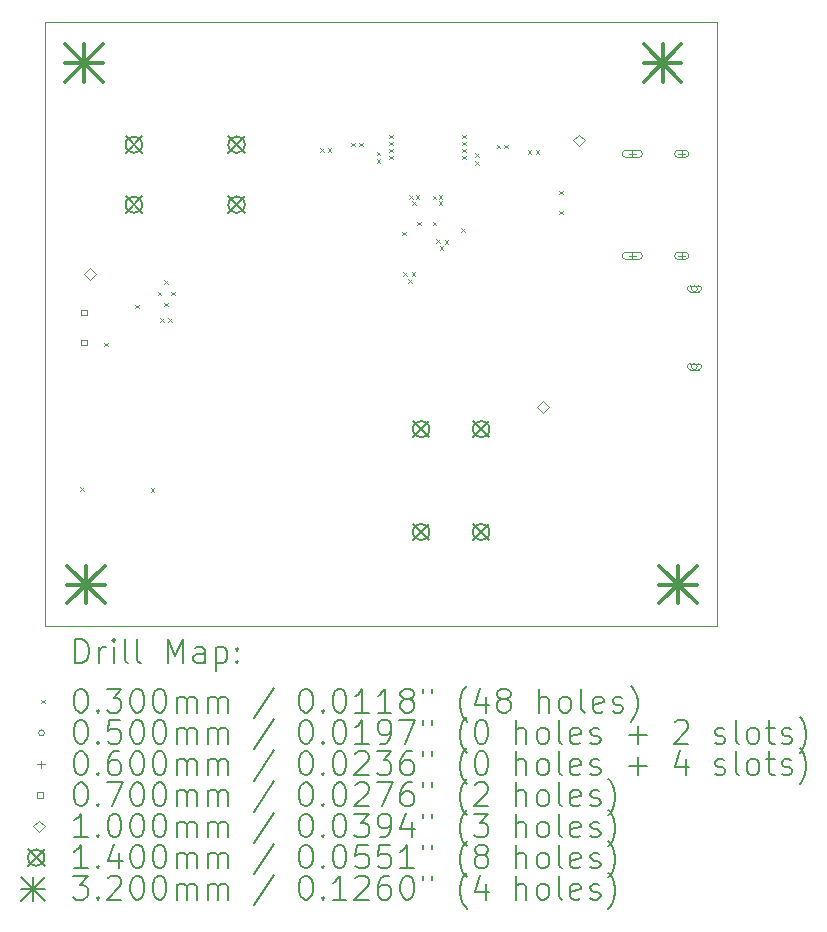
<source format=gbr>
%TF.GenerationSoftware,KiCad,Pcbnew,9.0.0*%
%TF.CreationDate,2025-04-25T18:31:39-04:00*%
%TF.ProjectId,bq25171_breakout,62713235-3137-4315-9f62-7265616b6f75,rev?*%
%TF.SameCoordinates,Original*%
%TF.FileFunction,Drillmap*%
%TF.FilePolarity,Positive*%
%FSLAX45Y45*%
G04 Gerber Fmt 4.5, Leading zero omitted, Abs format (unit mm)*
G04 Created by KiCad (PCBNEW 9.0.0) date 2025-04-25 18:31:39*
%MOMM*%
%LPD*%
G01*
G04 APERTURE LIST*
%ADD10C,0.050000*%
%ADD11C,0.200000*%
%ADD12C,0.100000*%
%ADD13C,0.140000*%
%ADD14C,0.320000*%
G04 APERTURE END LIST*
D10*
X10073000Y-7405000D02*
X15763000Y-7405000D01*
X15763000Y-12515000D01*
X10073000Y-12515000D01*
X10073000Y-7405000D01*
D11*
D12*
X10372565Y-11340396D02*
X10402565Y-11370396D01*
X10402565Y-11340396D02*
X10372565Y-11370396D01*
X10578000Y-10118750D02*
X10608000Y-10148750D01*
X10608000Y-10118750D02*
X10578000Y-10148750D01*
X10838000Y-9797500D02*
X10868000Y-9827500D01*
X10868000Y-9797500D02*
X10838000Y-9827500D01*
X10968000Y-11350000D02*
X10998000Y-11380000D01*
X10998000Y-11350000D02*
X10968000Y-11380000D01*
X11028000Y-9685000D02*
X11058000Y-9715000D01*
X11058000Y-9685000D02*
X11028000Y-9715000D01*
X11048000Y-9910000D02*
X11078000Y-9940000D01*
X11078000Y-9910000D02*
X11048000Y-9940000D01*
X11083000Y-9590000D02*
X11113000Y-9620000D01*
X11113000Y-9590000D02*
X11083000Y-9620000D01*
X11083000Y-9780000D02*
X11113000Y-9810000D01*
X11113000Y-9780000D02*
X11083000Y-9810000D01*
X11118000Y-9910000D02*
X11148000Y-9940000D01*
X11148000Y-9910000D02*
X11118000Y-9940000D01*
X11143000Y-9685000D02*
X11173000Y-9715000D01*
X11173000Y-9685000D02*
X11143000Y-9715000D01*
X12403000Y-8470000D02*
X12433000Y-8500000D01*
X12433000Y-8470000D02*
X12403000Y-8500000D01*
X12468000Y-8470000D02*
X12498000Y-8500000D01*
X12498000Y-8470000D02*
X12468000Y-8500000D01*
X12668000Y-8425000D02*
X12698000Y-8455000D01*
X12698000Y-8425000D02*
X12668000Y-8455000D01*
X12733000Y-8425000D02*
X12763000Y-8455000D01*
X12763000Y-8425000D02*
X12733000Y-8455000D01*
X12883000Y-8500000D02*
X12913000Y-8530000D01*
X12913000Y-8500000D02*
X12883000Y-8530000D01*
X12883000Y-8565000D02*
X12913000Y-8595000D01*
X12913000Y-8565000D02*
X12883000Y-8595000D01*
X12988000Y-8355000D02*
X13018000Y-8385000D01*
X13018000Y-8355000D02*
X12988000Y-8385000D01*
X12988000Y-8415000D02*
X13018000Y-8445000D01*
X13018000Y-8415000D02*
X12988000Y-8445000D01*
X12988000Y-8475000D02*
X13018000Y-8505000D01*
X13018000Y-8475000D02*
X12988000Y-8505000D01*
X12988000Y-8535000D02*
X13018000Y-8565000D01*
X13018000Y-8535000D02*
X12988000Y-8565000D01*
X13098000Y-9180000D02*
X13128000Y-9210000D01*
X13128000Y-9180000D02*
X13098000Y-9210000D01*
X13108000Y-9520000D02*
X13138000Y-9550000D01*
X13138000Y-9520000D02*
X13108000Y-9550000D01*
X13148000Y-9580000D02*
X13178000Y-9610000D01*
X13178000Y-9580000D02*
X13148000Y-9610000D01*
X13158000Y-8870000D02*
X13188000Y-8900000D01*
X13188000Y-8870000D02*
X13158000Y-8900000D01*
X13178000Y-9520000D02*
X13208000Y-9550000D01*
X13208000Y-9520000D02*
X13178000Y-9550000D01*
X13183000Y-8920000D02*
X13213000Y-8950000D01*
X13213000Y-8920000D02*
X13183000Y-8950000D01*
X13213000Y-8870000D02*
X13243000Y-8900000D01*
X13243000Y-8870000D02*
X13213000Y-8900000D01*
X13228000Y-9095000D02*
X13258000Y-9125000D01*
X13258000Y-9095000D02*
X13228000Y-9125000D01*
X13358000Y-8875000D02*
X13388000Y-8905000D01*
X13388000Y-8875000D02*
X13358000Y-8905000D01*
X13358000Y-9095000D02*
X13388000Y-9125000D01*
X13388000Y-9095000D02*
X13358000Y-9125000D01*
X13388000Y-9240000D02*
X13418000Y-9270000D01*
X13418000Y-9240000D02*
X13388000Y-9270000D01*
X13408000Y-8870000D02*
X13438000Y-8900000D01*
X13438000Y-8870000D02*
X13408000Y-8900000D01*
X13408715Y-8921250D02*
X13438715Y-8951250D01*
X13438715Y-8921250D02*
X13408715Y-8951250D01*
X13418000Y-9300000D02*
X13448000Y-9330000D01*
X13448000Y-9300000D02*
X13418000Y-9330000D01*
X13458000Y-9250000D02*
X13488000Y-9280000D01*
X13488000Y-9250000D02*
X13458000Y-9280000D01*
X13598000Y-9150000D02*
X13628000Y-9180000D01*
X13628000Y-9150000D02*
X13598000Y-9180000D01*
X13608000Y-8355000D02*
X13638000Y-8385000D01*
X13638000Y-8355000D02*
X13608000Y-8385000D01*
X13608000Y-8415000D02*
X13638000Y-8445000D01*
X13638000Y-8415000D02*
X13608000Y-8445000D01*
X13608000Y-8475000D02*
X13638000Y-8505000D01*
X13638000Y-8475000D02*
X13608000Y-8505000D01*
X13608000Y-8535000D02*
X13638000Y-8565000D01*
X13638000Y-8535000D02*
X13608000Y-8565000D01*
X13718000Y-8515000D02*
X13748000Y-8545000D01*
X13748000Y-8515000D02*
X13718000Y-8545000D01*
X13718000Y-8580000D02*
X13748000Y-8610000D01*
X13748000Y-8580000D02*
X13718000Y-8610000D01*
X13898000Y-8440000D02*
X13928000Y-8470000D01*
X13928000Y-8440000D02*
X13898000Y-8470000D01*
X13963000Y-8440000D02*
X13993000Y-8470000D01*
X13993000Y-8440000D02*
X13963000Y-8470000D01*
X14163000Y-8490000D02*
X14193000Y-8520000D01*
X14193000Y-8490000D02*
X14163000Y-8520000D01*
X14228000Y-8490000D02*
X14258000Y-8520000D01*
X14258000Y-8490000D02*
X14228000Y-8520000D01*
X14428000Y-8830000D02*
X14458000Y-8860000D01*
X14458000Y-8830000D02*
X14428000Y-8860000D01*
X14428000Y-9000000D02*
X14458000Y-9030000D01*
X14458000Y-9000000D02*
X14428000Y-9030000D01*
X15598000Y-9660000D02*
G75*
G02*
X15548000Y-9660000I-25000J0D01*
G01*
X15548000Y-9660000D02*
G75*
G02*
X15598000Y-9660000I25000J0D01*
G01*
X15608000Y-9635000D02*
X15538000Y-9635000D01*
X15538000Y-9685000D02*
G75*
G02*
X15538000Y-9635000I0J25000D01*
G01*
X15538000Y-9685000D02*
X15608000Y-9685000D01*
X15608000Y-9685000D02*
G75*
G03*
X15608000Y-9635000I0J25000D01*
G01*
X15598000Y-10320000D02*
G75*
G02*
X15548000Y-10320000I-25000J0D01*
G01*
X15548000Y-10320000D02*
G75*
G02*
X15598000Y-10320000I25000J0D01*
G01*
X15608000Y-10295000D02*
X15538000Y-10295000D01*
X15538000Y-10345000D02*
G75*
G02*
X15538000Y-10295000I0J25000D01*
G01*
X15538000Y-10345000D02*
X15608000Y-10345000D01*
X15608000Y-10345000D02*
G75*
G03*
X15608000Y-10295000I0J25000D01*
G01*
X15047500Y-8488000D02*
X15047500Y-8548000D01*
X15017500Y-8518000D02*
X15077500Y-8518000D01*
X14992500Y-8548000D02*
X15102500Y-8548000D01*
X15102500Y-8488000D02*
G75*
G02*
X15102500Y-8548000I0J-30000D01*
G01*
X15102500Y-8488000D02*
X14992500Y-8488000D01*
X14992500Y-8488000D02*
G75*
G03*
X14992500Y-8548000I0J-30000D01*
G01*
X15047500Y-9352000D02*
X15047500Y-9412000D01*
X15017500Y-9382000D02*
X15077500Y-9382000D01*
X14992500Y-9412000D02*
X15102500Y-9412000D01*
X15102500Y-9352000D02*
G75*
G02*
X15102500Y-9412000I0J-30000D01*
G01*
X15102500Y-9352000D02*
X14992500Y-9352000D01*
X14992500Y-9352000D02*
G75*
G03*
X14992500Y-9412000I0J-30000D01*
G01*
X15465500Y-8488000D02*
X15465500Y-8548000D01*
X15435500Y-8518000D02*
X15495500Y-8518000D01*
X15435500Y-8548000D02*
X15495500Y-8548000D01*
X15495500Y-8488000D02*
G75*
G02*
X15495500Y-8548000I0J-30000D01*
G01*
X15495500Y-8488000D02*
X15435500Y-8488000D01*
X15435500Y-8488000D02*
G75*
G03*
X15435500Y-8548000I0J-30000D01*
G01*
X15465500Y-9352000D02*
X15465500Y-9412000D01*
X15435500Y-9382000D02*
X15495500Y-9382000D01*
X15435500Y-9412000D02*
X15495500Y-9412000D01*
X15495500Y-9352000D02*
G75*
G02*
X15495500Y-9412000I0J-30000D01*
G01*
X15495500Y-9352000D02*
X15435500Y-9352000D01*
X15435500Y-9352000D02*
G75*
G03*
X15435500Y-9412000I0J-30000D01*
G01*
X10427749Y-9886499D02*
X10427749Y-9837001D01*
X10378251Y-9837001D01*
X10378251Y-9886499D01*
X10427749Y-9886499D01*
X10427749Y-10140499D02*
X10427749Y-10091001D01*
X10378251Y-10091001D01*
X10378251Y-10140499D01*
X10427749Y-10140499D01*
X10458000Y-9585000D02*
X10508000Y-9535000D01*
X10458000Y-9485000D01*
X10408000Y-9535000D01*
X10458000Y-9585000D01*
X14293000Y-10715000D02*
X14343000Y-10665000D01*
X14293000Y-10615000D01*
X14243000Y-10665000D01*
X14293000Y-10715000D01*
X14593000Y-8455000D02*
X14643000Y-8405000D01*
X14593000Y-8355000D01*
X14543000Y-8405000D01*
X14593000Y-8455000D01*
D13*
X10756750Y-8371000D02*
X10896750Y-8511000D01*
X10896750Y-8371000D02*
X10756750Y-8511000D01*
X10896750Y-8441000D02*
G75*
G02*
X10756750Y-8441000I-70000J0D01*
G01*
X10756750Y-8441000D02*
G75*
G02*
X10896750Y-8441000I70000J0D01*
G01*
X10756750Y-8879000D02*
X10896750Y-9019000D01*
X10896750Y-8879000D02*
X10756750Y-9019000D01*
X10896750Y-8949000D02*
G75*
G02*
X10756750Y-8949000I-70000J0D01*
G01*
X10756750Y-8949000D02*
G75*
G02*
X10896750Y-8949000I70000J0D01*
G01*
X11626750Y-8371000D02*
X11766750Y-8511000D01*
X11766750Y-8371000D02*
X11626750Y-8511000D01*
X11766750Y-8441000D02*
G75*
G02*
X11626750Y-8441000I-70000J0D01*
G01*
X11626750Y-8441000D02*
G75*
G02*
X11766750Y-8441000I70000J0D01*
G01*
X11626750Y-8879000D02*
X11766750Y-9019000D01*
X11766750Y-8879000D02*
X11626750Y-9019000D01*
X11766750Y-8949000D02*
G75*
G02*
X11626750Y-8949000I-70000J0D01*
G01*
X11626750Y-8949000D02*
G75*
G02*
X11766750Y-8949000I70000J0D01*
G01*
X13190000Y-10780000D02*
X13330000Y-10920000D01*
X13330000Y-10780000D02*
X13190000Y-10920000D01*
X13330000Y-10850000D02*
G75*
G02*
X13190000Y-10850000I-70000J0D01*
G01*
X13190000Y-10850000D02*
G75*
G02*
X13330000Y-10850000I70000J0D01*
G01*
X13190000Y-11650000D02*
X13330000Y-11790000D01*
X13330000Y-11650000D02*
X13190000Y-11790000D01*
X13330000Y-11720000D02*
G75*
G02*
X13190000Y-11720000I-70000J0D01*
G01*
X13190000Y-11720000D02*
G75*
G02*
X13330000Y-11720000I70000J0D01*
G01*
X13698000Y-10780000D02*
X13838000Y-10920000D01*
X13838000Y-10780000D02*
X13698000Y-10920000D01*
X13838000Y-10850000D02*
G75*
G02*
X13698000Y-10850000I-70000J0D01*
G01*
X13698000Y-10850000D02*
G75*
G02*
X13838000Y-10850000I70000J0D01*
G01*
X13698000Y-11650000D02*
X13838000Y-11790000D01*
X13838000Y-11650000D02*
X13698000Y-11790000D01*
X13838000Y-11720000D02*
G75*
G02*
X13698000Y-11720000I-70000J0D01*
G01*
X13698000Y-11720000D02*
G75*
G02*
X13838000Y-11720000I70000J0D01*
G01*
D14*
X10248000Y-7590000D02*
X10568000Y-7910000D01*
X10568000Y-7590000D02*
X10248000Y-7910000D01*
X10408000Y-7590000D02*
X10408000Y-7910000D01*
X10248000Y-7750000D02*
X10568000Y-7750000D01*
X10263000Y-12005000D02*
X10583000Y-12325000D01*
X10583000Y-12005000D02*
X10263000Y-12325000D01*
X10423000Y-12005000D02*
X10423000Y-12325000D01*
X10263000Y-12165000D02*
X10583000Y-12165000D01*
X15143000Y-7590000D02*
X15463000Y-7910000D01*
X15463000Y-7590000D02*
X15143000Y-7910000D01*
X15303000Y-7590000D02*
X15303000Y-7910000D01*
X15143000Y-7750000D02*
X15463000Y-7750000D01*
X15273000Y-12005000D02*
X15593000Y-12325000D01*
X15593000Y-12005000D02*
X15273000Y-12325000D01*
X15433000Y-12005000D02*
X15433000Y-12325000D01*
X15273000Y-12165000D02*
X15593000Y-12165000D01*
D11*
X10331277Y-12828984D02*
X10331277Y-12628984D01*
X10331277Y-12628984D02*
X10378896Y-12628984D01*
X10378896Y-12628984D02*
X10407467Y-12638508D01*
X10407467Y-12638508D02*
X10426515Y-12657555D01*
X10426515Y-12657555D02*
X10436039Y-12676603D01*
X10436039Y-12676603D02*
X10445563Y-12714698D01*
X10445563Y-12714698D02*
X10445563Y-12743269D01*
X10445563Y-12743269D02*
X10436039Y-12781365D01*
X10436039Y-12781365D02*
X10426515Y-12800412D01*
X10426515Y-12800412D02*
X10407467Y-12819460D01*
X10407467Y-12819460D02*
X10378896Y-12828984D01*
X10378896Y-12828984D02*
X10331277Y-12828984D01*
X10531277Y-12828984D02*
X10531277Y-12695650D01*
X10531277Y-12733746D02*
X10540801Y-12714698D01*
X10540801Y-12714698D02*
X10550324Y-12705174D01*
X10550324Y-12705174D02*
X10569372Y-12695650D01*
X10569372Y-12695650D02*
X10588420Y-12695650D01*
X10655086Y-12828984D02*
X10655086Y-12695650D01*
X10655086Y-12628984D02*
X10645563Y-12638508D01*
X10645563Y-12638508D02*
X10655086Y-12648031D01*
X10655086Y-12648031D02*
X10664610Y-12638508D01*
X10664610Y-12638508D02*
X10655086Y-12628984D01*
X10655086Y-12628984D02*
X10655086Y-12648031D01*
X10778896Y-12828984D02*
X10759848Y-12819460D01*
X10759848Y-12819460D02*
X10750324Y-12800412D01*
X10750324Y-12800412D02*
X10750324Y-12628984D01*
X10883658Y-12828984D02*
X10864610Y-12819460D01*
X10864610Y-12819460D02*
X10855086Y-12800412D01*
X10855086Y-12800412D02*
X10855086Y-12628984D01*
X11112229Y-12828984D02*
X11112229Y-12628984D01*
X11112229Y-12628984D02*
X11178896Y-12771841D01*
X11178896Y-12771841D02*
X11245562Y-12628984D01*
X11245562Y-12628984D02*
X11245562Y-12828984D01*
X11426515Y-12828984D02*
X11426515Y-12724222D01*
X11426515Y-12724222D02*
X11416991Y-12705174D01*
X11416991Y-12705174D02*
X11397943Y-12695650D01*
X11397943Y-12695650D02*
X11359848Y-12695650D01*
X11359848Y-12695650D02*
X11340801Y-12705174D01*
X11426515Y-12819460D02*
X11407467Y-12828984D01*
X11407467Y-12828984D02*
X11359848Y-12828984D01*
X11359848Y-12828984D02*
X11340801Y-12819460D01*
X11340801Y-12819460D02*
X11331277Y-12800412D01*
X11331277Y-12800412D02*
X11331277Y-12781365D01*
X11331277Y-12781365D02*
X11340801Y-12762317D01*
X11340801Y-12762317D02*
X11359848Y-12752793D01*
X11359848Y-12752793D02*
X11407467Y-12752793D01*
X11407467Y-12752793D02*
X11426515Y-12743269D01*
X11521753Y-12695650D02*
X11521753Y-12895650D01*
X11521753Y-12705174D02*
X11540801Y-12695650D01*
X11540801Y-12695650D02*
X11578896Y-12695650D01*
X11578896Y-12695650D02*
X11597943Y-12705174D01*
X11597943Y-12705174D02*
X11607467Y-12714698D01*
X11607467Y-12714698D02*
X11616991Y-12733746D01*
X11616991Y-12733746D02*
X11616991Y-12790888D01*
X11616991Y-12790888D02*
X11607467Y-12809936D01*
X11607467Y-12809936D02*
X11597943Y-12819460D01*
X11597943Y-12819460D02*
X11578896Y-12828984D01*
X11578896Y-12828984D02*
X11540801Y-12828984D01*
X11540801Y-12828984D02*
X11521753Y-12819460D01*
X11702705Y-12809936D02*
X11712229Y-12819460D01*
X11712229Y-12819460D02*
X11702705Y-12828984D01*
X11702705Y-12828984D02*
X11693182Y-12819460D01*
X11693182Y-12819460D02*
X11702705Y-12809936D01*
X11702705Y-12809936D02*
X11702705Y-12828984D01*
X11702705Y-12705174D02*
X11712229Y-12714698D01*
X11712229Y-12714698D02*
X11702705Y-12724222D01*
X11702705Y-12724222D02*
X11693182Y-12714698D01*
X11693182Y-12714698D02*
X11702705Y-12705174D01*
X11702705Y-12705174D02*
X11702705Y-12724222D01*
D12*
X10040500Y-13142500D02*
X10070500Y-13172500D01*
X10070500Y-13142500D02*
X10040500Y-13172500D01*
D11*
X10369372Y-13048984D02*
X10388420Y-13048984D01*
X10388420Y-13048984D02*
X10407467Y-13058508D01*
X10407467Y-13058508D02*
X10416991Y-13068031D01*
X10416991Y-13068031D02*
X10426515Y-13087079D01*
X10426515Y-13087079D02*
X10436039Y-13125174D01*
X10436039Y-13125174D02*
X10436039Y-13172793D01*
X10436039Y-13172793D02*
X10426515Y-13210888D01*
X10426515Y-13210888D02*
X10416991Y-13229936D01*
X10416991Y-13229936D02*
X10407467Y-13239460D01*
X10407467Y-13239460D02*
X10388420Y-13248984D01*
X10388420Y-13248984D02*
X10369372Y-13248984D01*
X10369372Y-13248984D02*
X10350324Y-13239460D01*
X10350324Y-13239460D02*
X10340801Y-13229936D01*
X10340801Y-13229936D02*
X10331277Y-13210888D01*
X10331277Y-13210888D02*
X10321753Y-13172793D01*
X10321753Y-13172793D02*
X10321753Y-13125174D01*
X10321753Y-13125174D02*
X10331277Y-13087079D01*
X10331277Y-13087079D02*
X10340801Y-13068031D01*
X10340801Y-13068031D02*
X10350324Y-13058508D01*
X10350324Y-13058508D02*
X10369372Y-13048984D01*
X10521753Y-13229936D02*
X10531277Y-13239460D01*
X10531277Y-13239460D02*
X10521753Y-13248984D01*
X10521753Y-13248984D02*
X10512229Y-13239460D01*
X10512229Y-13239460D02*
X10521753Y-13229936D01*
X10521753Y-13229936D02*
X10521753Y-13248984D01*
X10597944Y-13048984D02*
X10721753Y-13048984D01*
X10721753Y-13048984D02*
X10655086Y-13125174D01*
X10655086Y-13125174D02*
X10683658Y-13125174D01*
X10683658Y-13125174D02*
X10702705Y-13134698D01*
X10702705Y-13134698D02*
X10712229Y-13144222D01*
X10712229Y-13144222D02*
X10721753Y-13163269D01*
X10721753Y-13163269D02*
X10721753Y-13210888D01*
X10721753Y-13210888D02*
X10712229Y-13229936D01*
X10712229Y-13229936D02*
X10702705Y-13239460D01*
X10702705Y-13239460D02*
X10683658Y-13248984D01*
X10683658Y-13248984D02*
X10626515Y-13248984D01*
X10626515Y-13248984D02*
X10607467Y-13239460D01*
X10607467Y-13239460D02*
X10597944Y-13229936D01*
X10845563Y-13048984D02*
X10864610Y-13048984D01*
X10864610Y-13048984D02*
X10883658Y-13058508D01*
X10883658Y-13058508D02*
X10893182Y-13068031D01*
X10893182Y-13068031D02*
X10902705Y-13087079D01*
X10902705Y-13087079D02*
X10912229Y-13125174D01*
X10912229Y-13125174D02*
X10912229Y-13172793D01*
X10912229Y-13172793D02*
X10902705Y-13210888D01*
X10902705Y-13210888D02*
X10893182Y-13229936D01*
X10893182Y-13229936D02*
X10883658Y-13239460D01*
X10883658Y-13239460D02*
X10864610Y-13248984D01*
X10864610Y-13248984D02*
X10845563Y-13248984D01*
X10845563Y-13248984D02*
X10826515Y-13239460D01*
X10826515Y-13239460D02*
X10816991Y-13229936D01*
X10816991Y-13229936D02*
X10807467Y-13210888D01*
X10807467Y-13210888D02*
X10797944Y-13172793D01*
X10797944Y-13172793D02*
X10797944Y-13125174D01*
X10797944Y-13125174D02*
X10807467Y-13087079D01*
X10807467Y-13087079D02*
X10816991Y-13068031D01*
X10816991Y-13068031D02*
X10826515Y-13058508D01*
X10826515Y-13058508D02*
X10845563Y-13048984D01*
X11036039Y-13048984D02*
X11055086Y-13048984D01*
X11055086Y-13048984D02*
X11074134Y-13058508D01*
X11074134Y-13058508D02*
X11083658Y-13068031D01*
X11083658Y-13068031D02*
X11093182Y-13087079D01*
X11093182Y-13087079D02*
X11102705Y-13125174D01*
X11102705Y-13125174D02*
X11102705Y-13172793D01*
X11102705Y-13172793D02*
X11093182Y-13210888D01*
X11093182Y-13210888D02*
X11083658Y-13229936D01*
X11083658Y-13229936D02*
X11074134Y-13239460D01*
X11074134Y-13239460D02*
X11055086Y-13248984D01*
X11055086Y-13248984D02*
X11036039Y-13248984D01*
X11036039Y-13248984D02*
X11016991Y-13239460D01*
X11016991Y-13239460D02*
X11007467Y-13229936D01*
X11007467Y-13229936D02*
X10997944Y-13210888D01*
X10997944Y-13210888D02*
X10988420Y-13172793D01*
X10988420Y-13172793D02*
X10988420Y-13125174D01*
X10988420Y-13125174D02*
X10997944Y-13087079D01*
X10997944Y-13087079D02*
X11007467Y-13068031D01*
X11007467Y-13068031D02*
X11016991Y-13058508D01*
X11016991Y-13058508D02*
X11036039Y-13048984D01*
X11188420Y-13248984D02*
X11188420Y-13115650D01*
X11188420Y-13134698D02*
X11197943Y-13125174D01*
X11197943Y-13125174D02*
X11216991Y-13115650D01*
X11216991Y-13115650D02*
X11245563Y-13115650D01*
X11245563Y-13115650D02*
X11264610Y-13125174D01*
X11264610Y-13125174D02*
X11274134Y-13144222D01*
X11274134Y-13144222D02*
X11274134Y-13248984D01*
X11274134Y-13144222D02*
X11283658Y-13125174D01*
X11283658Y-13125174D02*
X11302705Y-13115650D01*
X11302705Y-13115650D02*
X11331277Y-13115650D01*
X11331277Y-13115650D02*
X11350324Y-13125174D01*
X11350324Y-13125174D02*
X11359848Y-13144222D01*
X11359848Y-13144222D02*
X11359848Y-13248984D01*
X11455086Y-13248984D02*
X11455086Y-13115650D01*
X11455086Y-13134698D02*
X11464610Y-13125174D01*
X11464610Y-13125174D02*
X11483658Y-13115650D01*
X11483658Y-13115650D02*
X11512229Y-13115650D01*
X11512229Y-13115650D02*
X11531277Y-13125174D01*
X11531277Y-13125174D02*
X11540801Y-13144222D01*
X11540801Y-13144222D02*
X11540801Y-13248984D01*
X11540801Y-13144222D02*
X11550324Y-13125174D01*
X11550324Y-13125174D02*
X11569372Y-13115650D01*
X11569372Y-13115650D02*
X11597943Y-13115650D01*
X11597943Y-13115650D02*
X11616991Y-13125174D01*
X11616991Y-13125174D02*
X11626515Y-13144222D01*
X11626515Y-13144222D02*
X11626515Y-13248984D01*
X12016991Y-13039460D02*
X11845563Y-13296603D01*
X12274134Y-13048984D02*
X12293182Y-13048984D01*
X12293182Y-13048984D02*
X12312229Y-13058508D01*
X12312229Y-13058508D02*
X12321753Y-13068031D01*
X12321753Y-13068031D02*
X12331277Y-13087079D01*
X12331277Y-13087079D02*
X12340801Y-13125174D01*
X12340801Y-13125174D02*
X12340801Y-13172793D01*
X12340801Y-13172793D02*
X12331277Y-13210888D01*
X12331277Y-13210888D02*
X12321753Y-13229936D01*
X12321753Y-13229936D02*
X12312229Y-13239460D01*
X12312229Y-13239460D02*
X12293182Y-13248984D01*
X12293182Y-13248984D02*
X12274134Y-13248984D01*
X12274134Y-13248984D02*
X12255086Y-13239460D01*
X12255086Y-13239460D02*
X12245563Y-13229936D01*
X12245563Y-13229936D02*
X12236039Y-13210888D01*
X12236039Y-13210888D02*
X12226515Y-13172793D01*
X12226515Y-13172793D02*
X12226515Y-13125174D01*
X12226515Y-13125174D02*
X12236039Y-13087079D01*
X12236039Y-13087079D02*
X12245563Y-13068031D01*
X12245563Y-13068031D02*
X12255086Y-13058508D01*
X12255086Y-13058508D02*
X12274134Y-13048984D01*
X12426515Y-13229936D02*
X12436039Y-13239460D01*
X12436039Y-13239460D02*
X12426515Y-13248984D01*
X12426515Y-13248984D02*
X12416991Y-13239460D01*
X12416991Y-13239460D02*
X12426515Y-13229936D01*
X12426515Y-13229936D02*
X12426515Y-13248984D01*
X12559848Y-13048984D02*
X12578896Y-13048984D01*
X12578896Y-13048984D02*
X12597944Y-13058508D01*
X12597944Y-13058508D02*
X12607467Y-13068031D01*
X12607467Y-13068031D02*
X12616991Y-13087079D01*
X12616991Y-13087079D02*
X12626515Y-13125174D01*
X12626515Y-13125174D02*
X12626515Y-13172793D01*
X12626515Y-13172793D02*
X12616991Y-13210888D01*
X12616991Y-13210888D02*
X12607467Y-13229936D01*
X12607467Y-13229936D02*
X12597944Y-13239460D01*
X12597944Y-13239460D02*
X12578896Y-13248984D01*
X12578896Y-13248984D02*
X12559848Y-13248984D01*
X12559848Y-13248984D02*
X12540801Y-13239460D01*
X12540801Y-13239460D02*
X12531277Y-13229936D01*
X12531277Y-13229936D02*
X12521753Y-13210888D01*
X12521753Y-13210888D02*
X12512229Y-13172793D01*
X12512229Y-13172793D02*
X12512229Y-13125174D01*
X12512229Y-13125174D02*
X12521753Y-13087079D01*
X12521753Y-13087079D02*
X12531277Y-13068031D01*
X12531277Y-13068031D02*
X12540801Y-13058508D01*
X12540801Y-13058508D02*
X12559848Y-13048984D01*
X12816991Y-13248984D02*
X12702706Y-13248984D01*
X12759848Y-13248984D02*
X12759848Y-13048984D01*
X12759848Y-13048984D02*
X12740801Y-13077555D01*
X12740801Y-13077555D02*
X12721753Y-13096603D01*
X12721753Y-13096603D02*
X12702706Y-13106127D01*
X13007467Y-13248984D02*
X12893182Y-13248984D01*
X12950325Y-13248984D02*
X12950325Y-13048984D01*
X12950325Y-13048984D02*
X12931277Y-13077555D01*
X12931277Y-13077555D02*
X12912229Y-13096603D01*
X12912229Y-13096603D02*
X12893182Y-13106127D01*
X13121753Y-13134698D02*
X13102706Y-13125174D01*
X13102706Y-13125174D02*
X13093182Y-13115650D01*
X13093182Y-13115650D02*
X13083658Y-13096603D01*
X13083658Y-13096603D02*
X13083658Y-13087079D01*
X13083658Y-13087079D02*
X13093182Y-13068031D01*
X13093182Y-13068031D02*
X13102706Y-13058508D01*
X13102706Y-13058508D02*
X13121753Y-13048984D01*
X13121753Y-13048984D02*
X13159848Y-13048984D01*
X13159848Y-13048984D02*
X13178896Y-13058508D01*
X13178896Y-13058508D02*
X13188420Y-13068031D01*
X13188420Y-13068031D02*
X13197944Y-13087079D01*
X13197944Y-13087079D02*
X13197944Y-13096603D01*
X13197944Y-13096603D02*
X13188420Y-13115650D01*
X13188420Y-13115650D02*
X13178896Y-13125174D01*
X13178896Y-13125174D02*
X13159848Y-13134698D01*
X13159848Y-13134698D02*
X13121753Y-13134698D01*
X13121753Y-13134698D02*
X13102706Y-13144222D01*
X13102706Y-13144222D02*
X13093182Y-13153746D01*
X13093182Y-13153746D02*
X13083658Y-13172793D01*
X13083658Y-13172793D02*
X13083658Y-13210888D01*
X13083658Y-13210888D02*
X13093182Y-13229936D01*
X13093182Y-13229936D02*
X13102706Y-13239460D01*
X13102706Y-13239460D02*
X13121753Y-13248984D01*
X13121753Y-13248984D02*
X13159848Y-13248984D01*
X13159848Y-13248984D02*
X13178896Y-13239460D01*
X13178896Y-13239460D02*
X13188420Y-13229936D01*
X13188420Y-13229936D02*
X13197944Y-13210888D01*
X13197944Y-13210888D02*
X13197944Y-13172793D01*
X13197944Y-13172793D02*
X13188420Y-13153746D01*
X13188420Y-13153746D02*
X13178896Y-13144222D01*
X13178896Y-13144222D02*
X13159848Y-13134698D01*
X13274134Y-13048984D02*
X13274134Y-13087079D01*
X13350325Y-13048984D02*
X13350325Y-13087079D01*
X13645563Y-13325174D02*
X13636039Y-13315650D01*
X13636039Y-13315650D02*
X13616991Y-13287079D01*
X13616991Y-13287079D02*
X13607468Y-13268031D01*
X13607468Y-13268031D02*
X13597944Y-13239460D01*
X13597944Y-13239460D02*
X13588420Y-13191841D01*
X13588420Y-13191841D02*
X13588420Y-13153746D01*
X13588420Y-13153746D02*
X13597944Y-13106127D01*
X13597944Y-13106127D02*
X13607468Y-13077555D01*
X13607468Y-13077555D02*
X13616991Y-13058508D01*
X13616991Y-13058508D02*
X13636039Y-13029936D01*
X13636039Y-13029936D02*
X13645563Y-13020412D01*
X13807468Y-13115650D02*
X13807468Y-13248984D01*
X13759848Y-13039460D02*
X13712229Y-13182317D01*
X13712229Y-13182317D02*
X13836039Y-13182317D01*
X13940801Y-13134698D02*
X13921753Y-13125174D01*
X13921753Y-13125174D02*
X13912229Y-13115650D01*
X13912229Y-13115650D02*
X13902706Y-13096603D01*
X13902706Y-13096603D02*
X13902706Y-13087079D01*
X13902706Y-13087079D02*
X13912229Y-13068031D01*
X13912229Y-13068031D02*
X13921753Y-13058508D01*
X13921753Y-13058508D02*
X13940801Y-13048984D01*
X13940801Y-13048984D02*
X13978896Y-13048984D01*
X13978896Y-13048984D02*
X13997944Y-13058508D01*
X13997944Y-13058508D02*
X14007468Y-13068031D01*
X14007468Y-13068031D02*
X14016991Y-13087079D01*
X14016991Y-13087079D02*
X14016991Y-13096603D01*
X14016991Y-13096603D02*
X14007468Y-13115650D01*
X14007468Y-13115650D02*
X13997944Y-13125174D01*
X13997944Y-13125174D02*
X13978896Y-13134698D01*
X13978896Y-13134698D02*
X13940801Y-13134698D01*
X13940801Y-13134698D02*
X13921753Y-13144222D01*
X13921753Y-13144222D02*
X13912229Y-13153746D01*
X13912229Y-13153746D02*
X13902706Y-13172793D01*
X13902706Y-13172793D02*
X13902706Y-13210888D01*
X13902706Y-13210888D02*
X13912229Y-13229936D01*
X13912229Y-13229936D02*
X13921753Y-13239460D01*
X13921753Y-13239460D02*
X13940801Y-13248984D01*
X13940801Y-13248984D02*
X13978896Y-13248984D01*
X13978896Y-13248984D02*
X13997944Y-13239460D01*
X13997944Y-13239460D02*
X14007468Y-13229936D01*
X14007468Y-13229936D02*
X14016991Y-13210888D01*
X14016991Y-13210888D02*
X14016991Y-13172793D01*
X14016991Y-13172793D02*
X14007468Y-13153746D01*
X14007468Y-13153746D02*
X13997944Y-13144222D01*
X13997944Y-13144222D02*
X13978896Y-13134698D01*
X14255087Y-13248984D02*
X14255087Y-13048984D01*
X14340801Y-13248984D02*
X14340801Y-13144222D01*
X14340801Y-13144222D02*
X14331277Y-13125174D01*
X14331277Y-13125174D02*
X14312230Y-13115650D01*
X14312230Y-13115650D02*
X14283658Y-13115650D01*
X14283658Y-13115650D02*
X14264610Y-13125174D01*
X14264610Y-13125174D02*
X14255087Y-13134698D01*
X14464610Y-13248984D02*
X14445563Y-13239460D01*
X14445563Y-13239460D02*
X14436039Y-13229936D01*
X14436039Y-13229936D02*
X14426515Y-13210888D01*
X14426515Y-13210888D02*
X14426515Y-13153746D01*
X14426515Y-13153746D02*
X14436039Y-13134698D01*
X14436039Y-13134698D02*
X14445563Y-13125174D01*
X14445563Y-13125174D02*
X14464610Y-13115650D01*
X14464610Y-13115650D02*
X14493182Y-13115650D01*
X14493182Y-13115650D02*
X14512230Y-13125174D01*
X14512230Y-13125174D02*
X14521753Y-13134698D01*
X14521753Y-13134698D02*
X14531277Y-13153746D01*
X14531277Y-13153746D02*
X14531277Y-13210888D01*
X14531277Y-13210888D02*
X14521753Y-13229936D01*
X14521753Y-13229936D02*
X14512230Y-13239460D01*
X14512230Y-13239460D02*
X14493182Y-13248984D01*
X14493182Y-13248984D02*
X14464610Y-13248984D01*
X14645563Y-13248984D02*
X14626515Y-13239460D01*
X14626515Y-13239460D02*
X14616991Y-13220412D01*
X14616991Y-13220412D02*
X14616991Y-13048984D01*
X14797944Y-13239460D02*
X14778896Y-13248984D01*
X14778896Y-13248984D02*
X14740801Y-13248984D01*
X14740801Y-13248984D02*
X14721753Y-13239460D01*
X14721753Y-13239460D02*
X14712230Y-13220412D01*
X14712230Y-13220412D02*
X14712230Y-13144222D01*
X14712230Y-13144222D02*
X14721753Y-13125174D01*
X14721753Y-13125174D02*
X14740801Y-13115650D01*
X14740801Y-13115650D02*
X14778896Y-13115650D01*
X14778896Y-13115650D02*
X14797944Y-13125174D01*
X14797944Y-13125174D02*
X14807468Y-13144222D01*
X14807468Y-13144222D02*
X14807468Y-13163269D01*
X14807468Y-13163269D02*
X14712230Y-13182317D01*
X14883658Y-13239460D02*
X14902706Y-13248984D01*
X14902706Y-13248984D02*
X14940801Y-13248984D01*
X14940801Y-13248984D02*
X14959849Y-13239460D01*
X14959849Y-13239460D02*
X14969372Y-13220412D01*
X14969372Y-13220412D02*
X14969372Y-13210888D01*
X14969372Y-13210888D02*
X14959849Y-13191841D01*
X14959849Y-13191841D02*
X14940801Y-13182317D01*
X14940801Y-13182317D02*
X14912230Y-13182317D01*
X14912230Y-13182317D02*
X14893182Y-13172793D01*
X14893182Y-13172793D02*
X14883658Y-13153746D01*
X14883658Y-13153746D02*
X14883658Y-13144222D01*
X14883658Y-13144222D02*
X14893182Y-13125174D01*
X14893182Y-13125174D02*
X14912230Y-13115650D01*
X14912230Y-13115650D02*
X14940801Y-13115650D01*
X14940801Y-13115650D02*
X14959849Y-13125174D01*
X15036039Y-13325174D02*
X15045563Y-13315650D01*
X15045563Y-13315650D02*
X15064611Y-13287079D01*
X15064611Y-13287079D02*
X15074134Y-13268031D01*
X15074134Y-13268031D02*
X15083658Y-13239460D01*
X15083658Y-13239460D02*
X15093182Y-13191841D01*
X15093182Y-13191841D02*
X15093182Y-13153746D01*
X15093182Y-13153746D02*
X15083658Y-13106127D01*
X15083658Y-13106127D02*
X15074134Y-13077555D01*
X15074134Y-13077555D02*
X15064611Y-13058508D01*
X15064611Y-13058508D02*
X15045563Y-13029936D01*
X15045563Y-13029936D02*
X15036039Y-13020412D01*
D12*
X10070500Y-13421500D02*
G75*
G02*
X10020500Y-13421500I-25000J0D01*
G01*
X10020500Y-13421500D02*
G75*
G02*
X10070500Y-13421500I25000J0D01*
G01*
D11*
X10369372Y-13312984D02*
X10388420Y-13312984D01*
X10388420Y-13312984D02*
X10407467Y-13322508D01*
X10407467Y-13322508D02*
X10416991Y-13332031D01*
X10416991Y-13332031D02*
X10426515Y-13351079D01*
X10426515Y-13351079D02*
X10436039Y-13389174D01*
X10436039Y-13389174D02*
X10436039Y-13436793D01*
X10436039Y-13436793D02*
X10426515Y-13474888D01*
X10426515Y-13474888D02*
X10416991Y-13493936D01*
X10416991Y-13493936D02*
X10407467Y-13503460D01*
X10407467Y-13503460D02*
X10388420Y-13512984D01*
X10388420Y-13512984D02*
X10369372Y-13512984D01*
X10369372Y-13512984D02*
X10350324Y-13503460D01*
X10350324Y-13503460D02*
X10340801Y-13493936D01*
X10340801Y-13493936D02*
X10331277Y-13474888D01*
X10331277Y-13474888D02*
X10321753Y-13436793D01*
X10321753Y-13436793D02*
X10321753Y-13389174D01*
X10321753Y-13389174D02*
X10331277Y-13351079D01*
X10331277Y-13351079D02*
X10340801Y-13332031D01*
X10340801Y-13332031D02*
X10350324Y-13322508D01*
X10350324Y-13322508D02*
X10369372Y-13312984D01*
X10521753Y-13493936D02*
X10531277Y-13503460D01*
X10531277Y-13503460D02*
X10521753Y-13512984D01*
X10521753Y-13512984D02*
X10512229Y-13503460D01*
X10512229Y-13503460D02*
X10521753Y-13493936D01*
X10521753Y-13493936D02*
X10521753Y-13512984D01*
X10712229Y-13312984D02*
X10616991Y-13312984D01*
X10616991Y-13312984D02*
X10607467Y-13408222D01*
X10607467Y-13408222D02*
X10616991Y-13398698D01*
X10616991Y-13398698D02*
X10636039Y-13389174D01*
X10636039Y-13389174D02*
X10683658Y-13389174D01*
X10683658Y-13389174D02*
X10702705Y-13398698D01*
X10702705Y-13398698D02*
X10712229Y-13408222D01*
X10712229Y-13408222D02*
X10721753Y-13427269D01*
X10721753Y-13427269D02*
X10721753Y-13474888D01*
X10721753Y-13474888D02*
X10712229Y-13493936D01*
X10712229Y-13493936D02*
X10702705Y-13503460D01*
X10702705Y-13503460D02*
X10683658Y-13512984D01*
X10683658Y-13512984D02*
X10636039Y-13512984D01*
X10636039Y-13512984D02*
X10616991Y-13503460D01*
X10616991Y-13503460D02*
X10607467Y-13493936D01*
X10845563Y-13312984D02*
X10864610Y-13312984D01*
X10864610Y-13312984D02*
X10883658Y-13322508D01*
X10883658Y-13322508D02*
X10893182Y-13332031D01*
X10893182Y-13332031D02*
X10902705Y-13351079D01*
X10902705Y-13351079D02*
X10912229Y-13389174D01*
X10912229Y-13389174D02*
X10912229Y-13436793D01*
X10912229Y-13436793D02*
X10902705Y-13474888D01*
X10902705Y-13474888D02*
X10893182Y-13493936D01*
X10893182Y-13493936D02*
X10883658Y-13503460D01*
X10883658Y-13503460D02*
X10864610Y-13512984D01*
X10864610Y-13512984D02*
X10845563Y-13512984D01*
X10845563Y-13512984D02*
X10826515Y-13503460D01*
X10826515Y-13503460D02*
X10816991Y-13493936D01*
X10816991Y-13493936D02*
X10807467Y-13474888D01*
X10807467Y-13474888D02*
X10797944Y-13436793D01*
X10797944Y-13436793D02*
X10797944Y-13389174D01*
X10797944Y-13389174D02*
X10807467Y-13351079D01*
X10807467Y-13351079D02*
X10816991Y-13332031D01*
X10816991Y-13332031D02*
X10826515Y-13322508D01*
X10826515Y-13322508D02*
X10845563Y-13312984D01*
X11036039Y-13312984D02*
X11055086Y-13312984D01*
X11055086Y-13312984D02*
X11074134Y-13322508D01*
X11074134Y-13322508D02*
X11083658Y-13332031D01*
X11083658Y-13332031D02*
X11093182Y-13351079D01*
X11093182Y-13351079D02*
X11102705Y-13389174D01*
X11102705Y-13389174D02*
X11102705Y-13436793D01*
X11102705Y-13436793D02*
X11093182Y-13474888D01*
X11093182Y-13474888D02*
X11083658Y-13493936D01*
X11083658Y-13493936D02*
X11074134Y-13503460D01*
X11074134Y-13503460D02*
X11055086Y-13512984D01*
X11055086Y-13512984D02*
X11036039Y-13512984D01*
X11036039Y-13512984D02*
X11016991Y-13503460D01*
X11016991Y-13503460D02*
X11007467Y-13493936D01*
X11007467Y-13493936D02*
X10997944Y-13474888D01*
X10997944Y-13474888D02*
X10988420Y-13436793D01*
X10988420Y-13436793D02*
X10988420Y-13389174D01*
X10988420Y-13389174D02*
X10997944Y-13351079D01*
X10997944Y-13351079D02*
X11007467Y-13332031D01*
X11007467Y-13332031D02*
X11016991Y-13322508D01*
X11016991Y-13322508D02*
X11036039Y-13312984D01*
X11188420Y-13512984D02*
X11188420Y-13379650D01*
X11188420Y-13398698D02*
X11197943Y-13389174D01*
X11197943Y-13389174D02*
X11216991Y-13379650D01*
X11216991Y-13379650D02*
X11245563Y-13379650D01*
X11245563Y-13379650D02*
X11264610Y-13389174D01*
X11264610Y-13389174D02*
X11274134Y-13408222D01*
X11274134Y-13408222D02*
X11274134Y-13512984D01*
X11274134Y-13408222D02*
X11283658Y-13389174D01*
X11283658Y-13389174D02*
X11302705Y-13379650D01*
X11302705Y-13379650D02*
X11331277Y-13379650D01*
X11331277Y-13379650D02*
X11350324Y-13389174D01*
X11350324Y-13389174D02*
X11359848Y-13408222D01*
X11359848Y-13408222D02*
X11359848Y-13512984D01*
X11455086Y-13512984D02*
X11455086Y-13379650D01*
X11455086Y-13398698D02*
X11464610Y-13389174D01*
X11464610Y-13389174D02*
X11483658Y-13379650D01*
X11483658Y-13379650D02*
X11512229Y-13379650D01*
X11512229Y-13379650D02*
X11531277Y-13389174D01*
X11531277Y-13389174D02*
X11540801Y-13408222D01*
X11540801Y-13408222D02*
X11540801Y-13512984D01*
X11540801Y-13408222D02*
X11550324Y-13389174D01*
X11550324Y-13389174D02*
X11569372Y-13379650D01*
X11569372Y-13379650D02*
X11597943Y-13379650D01*
X11597943Y-13379650D02*
X11616991Y-13389174D01*
X11616991Y-13389174D02*
X11626515Y-13408222D01*
X11626515Y-13408222D02*
X11626515Y-13512984D01*
X12016991Y-13303460D02*
X11845563Y-13560603D01*
X12274134Y-13312984D02*
X12293182Y-13312984D01*
X12293182Y-13312984D02*
X12312229Y-13322508D01*
X12312229Y-13322508D02*
X12321753Y-13332031D01*
X12321753Y-13332031D02*
X12331277Y-13351079D01*
X12331277Y-13351079D02*
X12340801Y-13389174D01*
X12340801Y-13389174D02*
X12340801Y-13436793D01*
X12340801Y-13436793D02*
X12331277Y-13474888D01*
X12331277Y-13474888D02*
X12321753Y-13493936D01*
X12321753Y-13493936D02*
X12312229Y-13503460D01*
X12312229Y-13503460D02*
X12293182Y-13512984D01*
X12293182Y-13512984D02*
X12274134Y-13512984D01*
X12274134Y-13512984D02*
X12255086Y-13503460D01*
X12255086Y-13503460D02*
X12245563Y-13493936D01*
X12245563Y-13493936D02*
X12236039Y-13474888D01*
X12236039Y-13474888D02*
X12226515Y-13436793D01*
X12226515Y-13436793D02*
X12226515Y-13389174D01*
X12226515Y-13389174D02*
X12236039Y-13351079D01*
X12236039Y-13351079D02*
X12245563Y-13332031D01*
X12245563Y-13332031D02*
X12255086Y-13322508D01*
X12255086Y-13322508D02*
X12274134Y-13312984D01*
X12426515Y-13493936D02*
X12436039Y-13503460D01*
X12436039Y-13503460D02*
X12426515Y-13512984D01*
X12426515Y-13512984D02*
X12416991Y-13503460D01*
X12416991Y-13503460D02*
X12426515Y-13493936D01*
X12426515Y-13493936D02*
X12426515Y-13512984D01*
X12559848Y-13312984D02*
X12578896Y-13312984D01*
X12578896Y-13312984D02*
X12597944Y-13322508D01*
X12597944Y-13322508D02*
X12607467Y-13332031D01*
X12607467Y-13332031D02*
X12616991Y-13351079D01*
X12616991Y-13351079D02*
X12626515Y-13389174D01*
X12626515Y-13389174D02*
X12626515Y-13436793D01*
X12626515Y-13436793D02*
X12616991Y-13474888D01*
X12616991Y-13474888D02*
X12607467Y-13493936D01*
X12607467Y-13493936D02*
X12597944Y-13503460D01*
X12597944Y-13503460D02*
X12578896Y-13512984D01*
X12578896Y-13512984D02*
X12559848Y-13512984D01*
X12559848Y-13512984D02*
X12540801Y-13503460D01*
X12540801Y-13503460D02*
X12531277Y-13493936D01*
X12531277Y-13493936D02*
X12521753Y-13474888D01*
X12521753Y-13474888D02*
X12512229Y-13436793D01*
X12512229Y-13436793D02*
X12512229Y-13389174D01*
X12512229Y-13389174D02*
X12521753Y-13351079D01*
X12521753Y-13351079D02*
X12531277Y-13332031D01*
X12531277Y-13332031D02*
X12540801Y-13322508D01*
X12540801Y-13322508D02*
X12559848Y-13312984D01*
X12816991Y-13512984D02*
X12702706Y-13512984D01*
X12759848Y-13512984D02*
X12759848Y-13312984D01*
X12759848Y-13312984D02*
X12740801Y-13341555D01*
X12740801Y-13341555D02*
X12721753Y-13360603D01*
X12721753Y-13360603D02*
X12702706Y-13370127D01*
X12912229Y-13512984D02*
X12950325Y-13512984D01*
X12950325Y-13512984D02*
X12969372Y-13503460D01*
X12969372Y-13503460D02*
X12978896Y-13493936D01*
X12978896Y-13493936D02*
X12997944Y-13465365D01*
X12997944Y-13465365D02*
X13007467Y-13427269D01*
X13007467Y-13427269D02*
X13007467Y-13351079D01*
X13007467Y-13351079D02*
X12997944Y-13332031D01*
X12997944Y-13332031D02*
X12988420Y-13322508D01*
X12988420Y-13322508D02*
X12969372Y-13312984D01*
X12969372Y-13312984D02*
X12931277Y-13312984D01*
X12931277Y-13312984D02*
X12912229Y-13322508D01*
X12912229Y-13322508D02*
X12902706Y-13332031D01*
X12902706Y-13332031D02*
X12893182Y-13351079D01*
X12893182Y-13351079D02*
X12893182Y-13398698D01*
X12893182Y-13398698D02*
X12902706Y-13417746D01*
X12902706Y-13417746D02*
X12912229Y-13427269D01*
X12912229Y-13427269D02*
X12931277Y-13436793D01*
X12931277Y-13436793D02*
X12969372Y-13436793D01*
X12969372Y-13436793D02*
X12988420Y-13427269D01*
X12988420Y-13427269D02*
X12997944Y-13417746D01*
X12997944Y-13417746D02*
X13007467Y-13398698D01*
X13074134Y-13312984D02*
X13207467Y-13312984D01*
X13207467Y-13312984D02*
X13121753Y-13512984D01*
X13274134Y-13312984D02*
X13274134Y-13351079D01*
X13350325Y-13312984D02*
X13350325Y-13351079D01*
X13645563Y-13589174D02*
X13636039Y-13579650D01*
X13636039Y-13579650D02*
X13616991Y-13551079D01*
X13616991Y-13551079D02*
X13607468Y-13532031D01*
X13607468Y-13532031D02*
X13597944Y-13503460D01*
X13597944Y-13503460D02*
X13588420Y-13455841D01*
X13588420Y-13455841D02*
X13588420Y-13417746D01*
X13588420Y-13417746D02*
X13597944Y-13370127D01*
X13597944Y-13370127D02*
X13607468Y-13341555D01*
X13607468Y-13341555D02*
X13616991Y-13322508D01*
X13616991Y-13322508D02*
X13636039Y-13293936D01*
X13636039Y-13293936D02*
X13645563Y-13284412D01*
X13759848Y-13312984D02*
X13778896Y-13312984D01*
X13778896Y-13312984D02*
X13797944Y-13322508D01*
X13797944Y-13322508D02*
X13807468Y-13332031D01*
X13807468Y-13332031D02*
X13816991Y-13351079D01*
X13816991Y-13351079D02*
X13826515Y-13389174D01*
X13826515Y-13389174D02*
X13826515Y-13436793D01*
X13826515Y-13436793D02*
X13816991Y-13474888D01*
X13816991Y-13474888D02*
X13807468Y-13493936D01*
X13807468Y-13493936D02*
X13797944Y-13503460D01*
X13797944Y-13503460D02*
X13778896Y-13512984D01*
X13778896Y-13512984D02*
X13759848Y-13512984D01*
X13759848Y-13512984D02*
X13740801Y-13503460D01*
X13740801Y-13503460D02*
X13731277Y-13493936D01*
X13731277Y-13493936D02*
X13721753Y-13474888D01*
X13721753Y-13474888D02*
X13712229Y-13436793D01*
X13712229Y-13436793D02*
X13712229Y-13389174D01*
X13712229Y-13389174D02*
X13721753Y-13351079D01*
X13721753Y-13351079D02*
X13731277Y-13332031D01*
X13731277Y-13332031D02*
X13740801Y-13322508D01*
X13740801Y-13322508D02*
X13759848Y-13312984D01*
X14064610Y-13512984D02*
X14064610Y-13312984D01*
X14150325Y-13512984D02*
X14150325Y-13408222D01*
X14150325Y-13408222D02*
X14140801Y-13389174D01*
X14140801Y-13389174D02*
X14121753Y-13379650D01*
X14121753Y-13379650D02*
X14093182Y-13379650D01*
X14093182Y-13379650D02*
X14074134Y-13389174D01*
X14074134Y-13389174D02*
X14064610Y-13398698D01*
X14274134Y-13512984D02*
X14255087Y-13503460D01*
X14255087Y-13503460D02*
X14245563Y-13493936D01*
X14245563Y-13493936D02*
X14236039Y-13474888D01*
X14236039Y-13474888D02*
X14236039Y-13417746D01*
X14236039Y-13417746D02*
X14245563Y-13398698D01*
X14245563Y-13398698D02*
X14255087Y-13389174D01*
X14255087Y-13389174D02*
X14274134Y-13379650D01*
X14274134Y-13379650D02*
X14302706Y-13379650D01*
X14302706Y-13379650D02*
X14321753Y-13389174D01*
X14321753Y-13389174D02*
X14331277Y-13398698D01*
X14331277Y-13398698D02*
X14340801Y-13417746D01*
X14340801Y-13417746D02*
X14340801Y-13474888D01*
X14340801Y-13474888D02*
X14331277Y-13493936D01*
X14331277Y-13493936D02*
X14321753Y-13503460D01*
X14321753Y-13503460D02*
X14302706Y-13512984D01*
X14302706Y-13512984D02*
X14274134Y-13512984D01*
X14455087Y-13512984D02*
X14436039Y-13503460D01*
X14436039Y-13503460D02*
X14426515Y-13484412D01*
X14426515Y-13484412D02*
X14426515Y-13312984D01*
X14607468Y-13503460D02*
X14588420Y-13512984D01*
X14588420Y-13512984D02*
X14550325Y-13512984D01*
X14550325Y-13512984D02*
X14531277Y-13503460D01*
X14531277Y-13503460D02*
X14521753Y-13484412D01*
X14521753Y-13484412D02*
X14521753Y-13408222D01*
X14521753Y-13408222D02*
X14531277Y-13389174D01*
X14531277Y-13389174D02*
X14550325Y-13379650D01*
X14550325Y-13379650D02*
X14588420Y-13379650D01*
X14588420Y-13379650D02*
X14607468Y-13389174D01*
X14607468Y-13389174D02*
X14616991Y-13408222D01*
X14616991Y-13408222D02*
X14616991Y-13427269D01*
X14616991Y-13427269D02*
X14521753Y-13446317D01*
X14693182Y-13503460D02*
X14712230Y-13512984D01*
X14712230Y-13512984D02*
X14750325Y-13512984D01*
X14750325Y-13512984D02*
X14769372Y-13503460D01*
X14769372Y-13503460D02*
X14778896Y-13484412D01*
X14778896Y-13484412D02*
X14778896Y-13474888D01*
X14778896Y-13474888D02*
X14769372Y-13455841D01*
X14769372Y-13455841D02*
X14750325Y-13446317D01*
X14750325Y-13446317D02*
X14721753Y-13446317D01*
X14721753Y-13446317D02*
X14702706Y-13436793D01*
X14702706Y-13436793D02*
X14693182Y-13417746D01*
X14693182Y-13417746D02*
X14693182Y-13408222D01*
X14693182Y-13408222D02*
X14702706Y-13389174D01*
X14702706Y-13389174D02*
X14721753Y-13379650D01*
X14721753Y-13379650D02*
X14750325Y-13379650D01*
X14750325Y-13379650D02*
X14769372Y-13389174D01*
X15016992Y-13436793D02*
X15169373Y-13436793D01*
X15093182Y-13512984D02*
X15093182Y-13360603D01*
X15407468Y-13332031D02*
X15416992Y-13322508D01*
X15416992Y-13322508D02*
X15436039Y-13312984D01*
X15436039Y-13312984D02*
X15483658Y-13312984D01*
X15483658Y-13312984D02*
X15502706Y-13322508D01*
X15502706Y-13322508D02*
X15512230Y-13332031D01*
X15512230Y-13332031D02*
X15521753Y-13351079D01*
X15521753Y-13351079D02*
X15521753Y-13370127D01*
X15521753Y-13370127D02*
X15512230Y-13398698D01*
X15512230Y-13398698D02*
X15397944Y-13512984D01*
X15397944Y-13512984D02*
X15521753Y-13512984D01*
X15750325Y-13503460D02*
X15769373Y-13512984D01*
X15769373Y-13512984D02*
X15807468Y-13512984D01*
X15807468Y-13512984D02*
X15826515Y-13503460D01*
X15826515Y-13503460D02*
X15836039Y-13484412D01*
X15836039Y-13484412D02*
X15836039Y-13474888D01*
X15836039Y-13474888D02*
X15826515Y-13455841D01*
X15826515Y-13455841D02*
X15807468Y-13446317D01*
X15807468Y-13446317D02*
X15778896Y-13446317D01*
X15778896Y-13446317D02*
X15759849Y-13436793D01*
X15759849Y-13436793D02*
X15750325Y-13417746D01*
X15750325Y-13417746D02*
X15750325Y-13408222D01*
X15750325Y-13408222D02*
X15759849Y-13389174D01*
X15759849Y-13389174D02*
X15778896Y-13379650D01*
X15778896Y-13379650D02*
X15807468Y-13379650D01*
X15807468Y-13379650D02*
X15826515Y-13389174D01*
X15950325Y-13512984D02*
X15931277Y-13503460D01*
X15931277Y-13503460D02*
X15921754Y-13484412D01*
X15921754Y-13484412D02*
X15921754Y-13312984D01*
X16055087Y-13512984D02*
X16036039Y-13503460D01*
X16036039Y-13503460D02*
X16026515Y-13493936D01*
X16026515Y-13493936D02*
X16016992Y-13474888D01*
X16016992Y-13474888D02*
X16016992Y-13417746D01*
X16016992Y-13417746D02*
X16026515Y-13398698D01*
X16026515Y-13398698D02*
X16036039Y-13389174D01*
X16036039Y-13389174D02*
X16055087Y-13379650D01*
X16055087Y-13379650D02*
X16083658Y-13379650D01*
X16083658Y-13379650D02*
X16102706Y-13389174D01*
X16102706Y-13389174D02*
X16112230Y-13398698D01*
X16112230Y-13398698D02*
X16121754Y-13417746D01*
X16121754Y-13417746D02*
X16121754Y-13474888D01*
X16121754Y-13474888D02*
X16112230Y-13493936D01*
X16112230Y-13493936D02*
X16102706Y-13503460D01*
X16102706Y-13503460D02*
X16083658Y-13512984D01*
X16083658Y-13512984D02*
X16055087Y-13512984D01*
X16178896Y-13379650D02*
X16255087Y-13379650D01*
X16207468Y-13312984D02*
X16207468Y-13484412D01*
X16207468Y-13484412D02*
X16216992Y-13503460D01*
X16216992Y-13503460D02*
X16236039Y-13512984D01*
X16236039Y-13512984D02*
X16255087Y-13512984D01*
X16312230Y-13503460D02*
X16331277Y-13512984D01*
X16331277Y-13512984D02*
X16369373Y-13512984D01*
X16369373Y-13512984D02*
X16388420Y-13503460D01*
X16388420Y-13503460D02*
X16397944Y-13484412D01*
X16397944Y-13484412D02*
X16397944Y-13474888D01*
X16397944Y-13474888D02*
X16388420Y-13455841D01*
X16388420Y-13455841D02*
X16369373Y-13446317D01*
X16369373Y-13446317D02*
X16340801Y-13446317D01*
X16340801Y-13446317D02*
X16321754Y-13436793D01*
X16321754Y-13436793D02*
X16312230Y-13417746D01*
X16312230Y-13417746D02*
X16312230Y-13408222D01*
X16312230Y-13408222D02*
X16321754Y-13389174D01*
X16321754Y-13389174D02*
X16340801Y-13379650D01*
X16340801Y-13379650D02*
X16369373Y-13379650D01*
X16369373Y-13379650D02*
X16388420Y-13389174D01*
X16464611Y-13589174D02*
X16474135Y-13579650D01*
X16474135Y-13579650D02*
X16493182Y-13551079D01*
X16493182Y-13551079D02*
X16502706Y-13532031D01*
X16502706Y-13532031D02*
X16512230Y-13503460D01*
X16512230Y-13503460D02*
X16521754Y-13455841D01*
X16521754Y-13455841D02*
X16521754Y-13417746D01*
X16521754Y-13417746D02*
X16512230Y-13370127D01*
X16512230Y-13370127D02*
X16502706Y-13341555D01*
X16502706Y-13341555D02*
X16493182Y-13322508D01*
X16493182Y-13322508D02*
X16474135Y-13293936D01*
X16474135Y-13293936D02*
X16464611Y-13284412D01*
D12*
X10040500Y-13655500D02*
X10040500Y-13715500D01*
X10010500Y-13685500D02*
X10070500Y-13685500D01*
D11*
X10369372Y-13576984D02*
X10388420Y-13576984D01*
X10388420Y-13576984D02*
X10407467Y-13586508D01*
X10407467Y-13586508D02*
X10416991Y-13596031D01*
X10416991Y-13596031D02*
X10426515Y-13615079D01*
X10426515Y-13615079D02*
X10436039Y-13653174D01*
X10436039Y-13653174D02*
X10436039Y-13700793D01*
X10436039Y-13700793D02*
X10426515Y-13738888D01*
X10426515Y-13738888D02*
X10416991Y-13757936D01*
X10416991Y-13757936D02*
X10407467Y-13767460D01*
X10407467Y-13767460D02*
X10388420Y-13776984D01*
X10388420Y-13776984D02*
X10369372Y-13776984D01*
X10369372Y-13776984D02*
X10350324Y-13767460D01*
X10350324Y-13767460D02*
X10340801Y-13757936D01*
X10340801Y-13757936D02*
X10331277Y-13738888D01*
X10331277Y-13738888D02*
X10321753Y-13700793D01*
X10321753Y-13700793D02*
X10321753Y-13653174D01*
X10321753Y-13653174D02*
X10331277Y-13615079D01*
X10331277Y-13615079D02*
X10340801Y-13596031D01*
X10340801Y-13596031D02*
X10350324Y-13586508D01*
X10350324Y-13586508D02*
X10369372Y-13576984D01*
X10521753Y-13757936D02*
X10531277Y-13767460D01*
X10531277Y-13767460D02*
X10521753Y-13776984D01*
X10521753Y-13776984D02*
X10512229Y-13767460D01*
X10512229Y-13767460D02*
X10521753Y-13757936D01*
X10521753Y-13757936D02*
X10521753Y-13776984D01*
X10702705Y-13576984D02*
X10664610Y-13576984D01*
X10664610Y-13576984D02*
X10645563Y-13586508D01*
X10645563Y-13586508D02*
X10636039Y-13596031D01*
X10636039Y-13596031D02*
X10616991Y-13624603D01*
X10616991Y-13624603D02*
X10607467Y-13662698D01*
X10607467Y-13662698D02*
X10607467Y-13738888D01*
X10607467Y-13738888D02*
X10616991Y-13757936D01*
X10616991Y-13757936D02*
X10626515Y-13767460D01*
X10626515Y-13767460D02*
X10645563Y-13776984D01*
X10645563Y-13776984D02*
X10683658Y-13776984D01*
X10683658Y-13776984D02*
X10702705Y-13767460D01*
X10702705Y-13767460D02*
X10712229Y-13757936D01*
X10712229Y-13757936D02*
X10721753Y-13738888D01*
X10721753Y-13738888D02*
X10721753Y-13691269D01*
X10721753Y-13691269D02*
X10712229Y-13672222D01*
X10712229Y-13672222D02*
X10702705Y-13662698D01*
X10702705Y-13662698D02*
X10683658Y-13653174D01*
X10683658Y-13653174D02*
X10645563Y-13653174D01*
X10645563Y-13653174D02*
X10626515Y-13662698D01*
X10626515Y-13662698D02*
X10616991Y-13672222D01*
X10616991Y-13672222D02*
X10607467Y-13691269D01*
X10845563Y-13576984D02*
X10864610Y-13576984D01*
X10864610Y-13576984D02*
X10883658Y-13586508D01*
X10883658Y-13586508D02*
X10893182Y-13596031D01*
X10893182Y-13596031D02*
X10902705Y-13615079D01*
X10902705Y-13615079D02*
X10912229Y-13653174D01*
X10912229Y-13653174D02*
X10912229Y-13700793D01*
X10912229Y-13700793D02*
X10902705Y-13738888D01*
X10902705Y-13738888D02*
X10893182Y-13757936D01*
X10893182Y-13757936D02*
X10883658Y-13767460D01*
X10883658Y-13767460D02*
X10864610Y-13776984D01*
X10864610Y-13776984D02*
X10845563Y-13776984D01*
X10845563Y-13776984D02*
X10826515Y-13767460D01*
X10826515Y-13767460D02*
X10816991Y-13757936D01*
X10816991Y-13757936D02*
X10807467Y-13738888D01*
X10807467Y-13738888D02*
X10797944Y-13700793D01*
X10797944Y-13700793D02*
X10797944Y-13653174D01*
X10797944Y-13653174D02*
X10807467Y-13615079D01*
X10807467Y-13615079D02*
X10816991Y-13596031D01*
X10816991Y-13596031D02*
X10826515Y-13586508D01*
X10826515Y-13586508D02*
X10845563Y-13576984D01*
X11036039Y-13576984D02*
X11055086Y-13576984D01*
X11055086Y-13576984D02*
X11074134Y-13586508D01*
X11074134Y-13586508D02*
X11083658Y-13596031D01*
X11083658Y-13596031D02*
X11093182Y-13615079D01*
X11093182Y-13615079D02*
X11102705Y-13653174D01*
X11102705Y-13653174D02*
X11102705Y-13700793D01*
X11102705Y-13700793D02*
X11093182Y-13738888D01*
X11093182Y-13738888D02*
X11083658Y-13757936D01*
X11083658Y-13757936D02*
X11074134Y-13767460D01*
X11074134Y-13767460D02*
X11055086Y-13776984D01*
X11055086Y-13776984D02*
X11036039Y-13776984D01*
X11036039Y-13776984D02*
X11016991Y-13767460D01*
X11016991Y-13767460D02*
X11007467Y-13757936D01*
X11007467Y-13757936D02*
X10997944Y-13738888D01*
X10997944Y-13738888D02*
X10988420Y-13700793D01*
X10988420Y-13700793D02*
X10988420Y-13653174D01*
X10988420Y-13653174D02*
X10997944Y-13615079D01*
X10997944Y-13615079D02*
X11007467Y-13596031D01*
X11007467Y-13596031D02*
X11016991Y-13586508D01*
X11016991Y-13586508D02*
X11036039Y-13576984D01*
X11188420Y-13776984D02*
X11188420Y-13643650D01*
X11188420Y-13662698D02*
X11197943Y-13653174D01*
X11197943Y-13653174D02*
X11216991Y-13643650D01*
X11216991Y-13643650D02*
X11245563Y-13643650D01*
X11245563Y-13643650D02*
X11264610Y-13653174D01*
X11264610Y-13653174D02*
X11274134Y-13672222D01*
X11274134Y-13672222D02*
X11274134Y-13776984D01*
X11274134Y-13672222D02*
X11283658Y-13653174D01*
X11283658Y-13653174D02*
X11302705Y-13643650D01*
X11302705Y-13643650D02*
X11331277Y-13643650D01*
X11331277Y-13643650D02*
X11350324Y-13653174D01*
X11350324Y-13653174D02*
X11359848Y-13672222D01*
X11359848Y-13672222D02*
X11359848Y-13776984D01*
X11455086Y-13776984D02*
X11455086Y-13643650D01*
X11455086Y-13662698D02*
X11464610Y-13653174D01*
X11464610Y-13653174D02*
X11483658Y-13643650D01*
X11483658Y-13643650D02*
X11512229Y-13643650D01*
X11512229Y-13643650D02*
X11531277Y-13653174D01*
X11531277Y-13653174D02*
X11540801Y-13672222D01*
X11540801Y-13672222D02*
X11540801Y-13776984D01*
X11540801Y-13672222D02*
X11550324Y-13653174D01*
X11550324Y-13653174D02*
X11569372Y-13643650D01*
X11569372Y-13643650D02*
X11597943Y-13643650D01*
X11597943Y-13643650D02*
X11616991Y-13653174D01*
X11616991Y-13653174D02*
X11626515Y-13672222D01*
X11626515Y-13672222D02*
X11626515Y-13776984D01*
X12016991Y-13567460D02*
X11845563Y-13824603D01*
X12274134Y-13576984D02*
X12293182Y-13576984D01*
X12293182Y-13576984D02*
X12312229Y-13586508D01*
X12312229Y-13586508D02*
X12321753Y-13596031D01*
X12321753Y-13596031D02*
X12331277Y-13615079D01*
X12331277Y-13615079D02*
X12340801Y-13653174D01*
X12340801Y-13653174D02*
X12340801Y-13700793D01*
X12340801Y-13700793D02*
X12331277Y-13738888D01*
X12331277Y-13738888D02*
X12321753Y-13757936D01*
X12321753Y-13757936D02*
X12312229Y-13767460D01*
X12312229Y-13767460D02*
X12293182Y-13776984D01*
X12293182Y-13776984D02*
X12274134Y-13776984D01*
X12274134Y-13776984D02*
X12255086Y-13767460D01*
X12255086Y-13767460D02*
X12245563Y-13757936D01*
X12245563Y-13757936D02*
X12236039Y-13738888D01*
X12236039Y-13738888D02*
X12226515Y-13700793D01*
X12226515Y-13700793D02*
X12226515Y-13653174D01*
X12226515Y-13653174D02*
X12236039Y-13615079D01*
X12236039Y-13615079D02*
X12245563Y-13596031D01*
X12245563Y-13596031D02*
X12255086Y-13586508D01*
X12255086Y-13586508D02*
X12274134Y-13576984D01*
X12426515Y-13757936D02*
X12436039Y-13767460D01*
X12436039Y-13767460D02*
X12426515Y-13776984D01*
X12426515Y-13776984D02*
X12416991Y-13767460D01*
X12416991Y-13767460D02*
X12426515Y-13757936D01*
X12426515Y-13757936D02*
X12426515Y-13776984D01*
X12559848Y-13576984D02*
X12578896Y-13576984D01*
X12578896Y-13576984D02*
X12597944Y-13586508D01*
X12597944Y-13586508D02*
X12607467Y-13596031D01*
X12607467Y-13596031D02*
X12616991Y-13615079D01*
X12616991Y-13615079D02*
X12626515Y-13653174D01*
X12626515Y-13653174D02*
X12626515Y-13700793D01*
X12626515Y-13700793D02*
X12616991Y-13738888D01*
X12616991Y-13738888D02*
X12607467Y-13757936D01*
X12607467Y-13757936D02*
X12597944Y-13767460D01*
X12597944Y-13767460D02*
X12578896Y-13776984D01*
X12578896Y-13776984D02*
X12559848Y-13776984D01*
X12559848Y-13776984D02*
X12540801Y-13767460D01*
X12540801Y-13767460D02*
X12531277Y-13757936D01*
X12531277Y-13757936D02*
X12521753Y-13738888D01*
X12521753Y-13738888D02*
X12512229Y-13700793D01*
X12512229Y-13700793D02*
X12512229Y-13653174D01*
X12512229Y-13653174D02*
X12521753Y-13615079D01*
X12521753Y-13615079D02*
X12531277Y-13596031D01*
X12531277Y-13596031D02*
X12540801Y-13586508D01*
X12540801Y-13586508D02*
X12559848Y-13576984D01*
X12702706Y-13596031D02*
X12712229Y-13586508D01*
X12712229Y-13586508D02*
X12731277Y-13576984D01*
X12731277Y-13576984D02*
X12778896Y-13576984D01*
X12778896Y-13576984D02*
X12797944Y-13586508D01*
X12797944Y-13586508D02*
X12807467Y-13596031D01*
X12807467Y-13596031D02*
X12816991Y-13615079D01*
X12816991Y-13615079D02*
X12816991Y-13634127D01*
X12816991Y-13634127D02*
X12807467Y-13662698D01*
X12807467Y-13662698D02*
X12693182Y-13776984D01*
X12693182Y-13776984D02*
X12816991Y-13776984D01*
X12883658Y-13576984D02*
X13007467Y-13576984D01*
X13007467Y-13576984D02*
X12940801Y-13653174D01*
X12940801Y-13653174D02*
X12969372Y-13653174D01*
X12969372Y-13653174D02*
X12988420Y-13662698D01*
X12988420Y-13662698D02*
X12997944Y-13672222D01*
X12997944Y-13672222D02*
X13007467Y-13691269D01*
X13007467Y-13691269D02*
X13007467Y-13738888D01*
X13007467Y-13738888D02*
X12997944Y-13757936D01*
X12997944Y-13757936D02*
X12988420Y-13767460D01*
X12988420Y-13767460D02*
X12969372Y-13776984D01*
X12969372Y-13776984D02*
X12912229Y-13776984D01*
X12912229Y-13776984D02*
X12893182Y-13767460D01*
X12893182Y-13767460D02*
X12883658Y-13757936D01*
X13178896Y-13576984D02*
X13140801Y-13576984D01*
X13140801Y-13576984D02*
X13121753Y-13586508D01*
X13121753Y-13586508D02*
X13112229Y-13596031D01*
X13112229Y-13596031D02*
X13093182Y-13624603D01*
X13093182Y-13624603D02*
X13083658Y-13662698D01*
X13083658Y-13662698D02*
X13083658Y-13738888D01*
X13083658Y-13738888D02*
X13093182Y-13757936D01*
X13093182Y-13757936D02*
X13102706Y-13767460D01*
X13102706Y-13767460D02*
X13121753Y-13776984D01*
X13121753Y-13776984D02*
X13159848Y-13776984D01*
X13159848Y-13776984D02*
X13178896Y-13767460D01*
X13178896Y-13767460D02*
X13188420Y-13757936D01*
X13188420Y-13757936D02*
X13197944Y-13738888D01*
X13197944Y-13738888D02*
X13197944Y-13691269D01*
X13197944Y-13691269D02*
X13188420Y-13672222D01*
X13188420Y-13672222D02*
X13178896Y-13662698D01*
X13178896Y-13662698D02*
X13159848Y-13653174D01*
X13159848Y-13653174D02*
X13121753Y-13653174D01*
X13121753Y-13653174D02*
X13102706Y-13662698D01*
X13102706Y-13662698D02*
X13093182Y-13672222D01*
X13093182Y-13672222D02*
X13083658Y-13691269D01*
X13274134Y-13576984D02*
X13274134Y-13615079D01*
X13350325Y-13576984D02*
X13350325Y-13615079D01*
X13645563Y-13853174D02*
X13636039Y-13843650D01*
X13636039Y-13843650D02*
X13616991Y-13815079D01*
X13616991Y-13815079D02*
X13607468Y-13796031D01*
X13607468Y-13796031D02*
X13597944Y-13767460D01*
X13597944Y-13767460D02*
X13588420Y-13719841D01*
X13588420Y-13719841D02*
X13588420Y-13681746D01*
X13588420Y-13681746D02*
X13597944Y-13634127D01*
X13597944Y-13634127D02*
X13607468Y-13605555D01*
X13607468Y-13605555D02*
X13616991Y-13586508D01*
X13616991Y-13586508D02*
X13636039Y-13557936D01*
X13636039Y-13557936D02*
X13645563Y-13548412D01*
X13759848Y-13576984D02*
X13778896Y-13576984D01*
X13778896Y-13576984D02*
X13797944Y-13586508D01*
X13797944Y-13586508D02*
X13807468Y-13596031D01*
X13807468Y-13596031D02*
X13816991Y-13615079D01*
X13816991Y-13615079D02*
X13826515Y-13653174D01*
X13826515Y-13653174D02*
X13826515Y-13700793D01*
X13826515Y-13700793D02*
X13816991Y-13738888D01*
X13816991Y-13738888D02*
X13807468Y-13757936D01*
X13807468Y-13757936D02*
X13797944Y-13767460D01*
X13797944Y-13767460D02*
X13778896Y-13776984D01*
X13778896Y-13776984D02*
X13759848Y-13776984D01*
X13759848Y-13776984D02*
X13740801Y-13767460D01*
X13740801Y-13767460D02*
X13731277Y-13757936D01*
X13731277Y-13757936D02*
X13721753Y-13738888D01*
X13721753Y-13738888D02*
X13712229Y-13700793D01*
X13712229Y-13700793D02*
X13712229Y-13653174D01*
X13712229Y-13653174D02*
X13721753Y-13615079D01*
X13721753Y-13615079D02*
X13731277Y-13596031D01*
X13731277Y-13596031D02*
X13740801Y-13586508D01*
X13740801Y-13586508D02*
X13759848Y-13576984D01*
X14064610Y-13776984D02*
X14064610Y-13576984D01*
X14150325Y-13776984D02*
X14150325Y-13672222D01*
X14150325Y-13672222D02*
X14140801Y-13653174D01*
X14140801Y-13653174D02*
X14121753Y-13643650D01*
X14121753Y-13643650D02*
X14093182Y-13643650D01*
X14093182Y-13643650D02*
X14074134Y-13653174D01*
X14074134Y-13653174D02*
X14064610Y-13662698D01*
X14274134Y-13776984D02*
X14255087Y-13767460D01*
X14255087Y-13767460D02*
X14245563Y-13757936D01*
X14245563Y-13757936D02*
X14236039Y-13738888D01*
X14236039Y-13738888D02*
X14236039Y-13681746D01*
X14236039Y-13681746D02*
X14245563Y-13662698D01*
X14245563Y-13662698D02*
X14255087Y-13653174D01*
X14255087Y-13653174D02*
X14274134Y-13643650D01*
X14274134Y-13643650D02*
X14302706Y-13643650D01*
X14302706Y-13643650D02*
X14321753Y-13653174D01*
X14321753Y-13653174D02*
X14331277Y-13662698D01*
X14331277Y-13662698D02*
X14340801Y-13681746D01*
X14340801Y-13681746D02*
X14340801Y-13738888D01*
X14340801Y-13738888D02*
X14331277Y-13757936D01*
X14331277Y-13757936D02*
X14321753Y-13767460D01*
X14321753Y-13767460D02*
X14302706Y-13776984D01*
X14302706Y-13776984D02*
X14274134Y-13776984D01*
X14455087Y-13776984D02*
X14436039Y-13767460D01*
X14436039Y-13767460D02*
X14426515Y-13748412D01*
X14426515Y-13748412D02*
X14426515Y-13576984D01*
X14607468Y-13767460D02*
X14588420Y-13776984D01*
X14588420Y-13776984D02*
X14550325Y-13776984D01*
X14550325Y-13776984D02*
X14531277Y-13767460D01*
X14531277Y-13767460D02*
X14521753Y-13748412D01*
X14521753Y-13748412D02*
X14521753Y-13672222D01*
X14521753Y-13672222D02*
X14531277Y-13653174D01*
X14531277Y-13653174D02*
X14550325Y-13643650D01*
X14550325Y-13643650D02*
X14588420Y-13643650D01*
X14588420Y-13643650D02*
X14607468Y-13653174D01*
X14607468Y-13653174D02*
X14616991Y-13672222D01*
X14616991Y-13672222D02*
X14616991Y-13691269D01*
X14616991Y-13691269D02*
X14521753Y-13710317D01*
X14693182Y-13767460D02*
X14712230Y-13776984D01*
X14712230Y-13776984D02*
X14750325Y-13776984D01*
X14750325Y-13776984D02*
X14769372Y-13767460D01*
X14769372Y-13767460D02*
X14778896Y-13748412D01*
X14778896Y-13748412D02*
X14778896Y-13738888D01*
X14778896Y-13738888D02*
X14769372Y-13719841D01*
X14769372Y-13719841D02*
X14750325Y-13710317D01*
X14750325Y-13710317D02*
X14721753Y-13710317D01*
X14721753Y-13710317D02*
X14702706Y-13700793D01*
X14702706Y-13700793D02*
X14693182Y-13681746D01*
X14693182Y-13681746D02*
X14693182Y-13672222D01*
X14693182Y-13672222D02*
X14702706Y-13653174D01*
X14702706Y-13653174D02*
X14721753Y-13643650D01*
X14721753Y-13643650D02*
X14750325Y-13643650D01*
X14750325Y-13643650D02*
X14769372Y-13653174D01*
X15016992Y-13700793D02*
X15169373Y-13700793D01*
X15093182Y-13776984D02*
X15093182Y-13624603D01*
X15502706Y-13643650D02*
X15502706Y-13776984D01*
X15455087Y-13567460D02*
X15407468Y-13710317D01*
X15407468Y-13710317D02*
X15531277Y-13710317D01*
X15750325Y-13767460D02*
X15769373Y-13776984D01*
X15769373Y-13776984D02*
X15807468Y-13776984D01*
X15807468Y-13776984D02*
X15826515Y-13767460D01*
X15826515Y-13767460D02*
X15836039Y-13748412D01*
X15836039Y-13748412D02*
X15836039Y-13738888D01*
X15836039Y-13738888D02*
X15826515Y-13719841D01*
X15826515Y-13719841D02*
X15807468Y-13710317D01*
X15807468Y-13710317D02*
X15778896Y-13710317D01*
X15778896Y-13710317D02*
X15759849Y-13700793D01*
X15759849Y-13700793D02*
X15750325Y-13681746D01*
X15750325Y-13681746D02*
X15750325Y-13672222D01*
X15750325Y-13672222D02*
X15759849Y-13653174D01*
X15759849Y-13653174D02*
X15778896Y-13643650D01*
X15778896Y-13643650D02*
X15807468Y-13643650D01*
X15807468Y-13643650D02*
X15826515Y-13653174D01*
X15950325Y-13776984D02*
X15931277Y-13767460D01*
X15931277Y-13767460D02*
X15921754Y-13748412D01*
X15921754Y-13748412D02*
X15921754Y-13576984D01*
X16055087Y-13776984D02*
X16036039Y-13767460D01*
X16036039Y-13767460D02*
X16026515Y-13757936D01*
X16026515Y-13757936D02*
X16016992Y-13738888D01*
X16016992Y-13738888D02*
X16016992Y-13681746D01*
X16016992Y-13681746D02*
X16026515Y-13662698D01*
X16026515Y-13662698D02*
X16036039Y-13653174D01*
X16036039Y-13653174D02*
X16055087Y-13643650D01*
X16055087Y-13643650D02*
X16083658Y-13643650D01*
X16083658Y-13643650D02*
X16102706Y-13653174D01*
X16102706Y-13653174D02*
X16112230Y-13662698D01*
X16112230Y-13662698D02*
X16121754Y-13681746D01*
X16121754Y-13681746D02*
X16121754Y-13738888D01*
X16121754Y-13738888D02*
X16112230Y-13757936D01*
X16112230Y-13757936D02*
X16102706Y-13767460D01*
X16102706Y-13767460D02*
X16083658Y-13776984D01*
X16083658Y-13776984D02*
X16055087Y-13776984D01*
X16178896Y-13643650D02*
X16255087Y-13643650D01*
X16207468Y-13576984D02*
X16207468Y-13748412D01*
X16207468Y-13748412D02*
X16216992Y-13767460D01*
X16216992Y-13767460D02*
X16236039Y-13776984D01*
X16236039Y-13776984D02*
X16255087Y-13776984D01*
X16312230Y-13767460D02*
X16331277Y-13776984D01*
X16331277Y-13776984D02*
X16369373Y-13776984D01*
X16369373Y-13776984D02*
X16388420Y-13767460D01*
X16388420Y-13767460D02*
X16397944Y-13748412D01*
X16397944Y-13748412D02*
X16397944Y-13738888D01*
X16397944Y-13738888D02*
X16388420Y-13719841D01*
X16388420Y-13719841D02*
X16369373Y-13710317D01*
X16369373Y-13710317D02*
X16340801Y-13710317D01*
X16340801Y-13710317D02*
X16321754Y-13700793D01*
X16321754Y-13700793D02*
X16312230Y-13681746D01*
X16312230Y-13681746D02*
X16312230Y-13672222D01*
X16312230Y-13672222D02*
X16321754Y-13653174D01*
X16321754Y-13653174D02*
X16340801Y-13643650D01*
X16340801Y-13643650D02*
X16369373Y-13643650D01*
X16369373Y-13643650D02*
X16388420Y-13653174D01*
X16464611Y-13853174D02*
X16474135Y-13843650D01*
X16474135Y-13843650D02*
X16493182Y-13815079D01*
X16493182Y-13815079D02*
X16502706Y-13796031D01*
X16502706Y-13796031D02*
X16512230Y-13767460D01*
X16512230Y-13767460D02*
X16521754Y-13719841D01*
X16521754Y-13719841D02*
X16521754Y-13681746D01*
X16521754Y-13681746D02*
X16512230Y-13634127D01*
X16512230Y-13634127D02*
X16502706Y-13605555D01*
X16502706Y-13605555D02*
X16493182Y-13586508D01*
X16493182Y-13586508D02*
X16474135Y-13557936D01*
X16474135Y-13557936D02*
X16464611Y-13548412D01*
D12*
X10060249Y-13974249D02*
X10060249Y-13924751D01*
X10010751Y-13924751D01*
X10010751Y-13974249D01*
X10060249Y-13974249D01*
D11*
X10369372Y-13840984D02*
X10388420Y-13840984D01*
X10388420Y-13840984D02*
X10407467Y-13850508D01*
X10407467Y-13850508D02*
X10416991Y-13860031D01*
X10416991Y-13860031D02*
X10426515Y-13879079D01*
X10426515Y-13879079D02*
X10436039Y-13917174D01*
X10436039Y-13917174D02*
X10436039Y-13964793D01*
X10436039Y-13964793D02*
X10426515Y-14002888D01*
X10426515Y-14002888D02*
X10416991Y-14021936D01*
X10416991Y-14021936D02*
X10407467Y-14031460D01*
X10407467Y-14031460D02*
X10388420Y-14040984D01*
X10388420Y-14040984D02*
X10369372Y-14040984D01*
X10369372Y-14040984D02*
X10350324Y-14031460D01*
X10350324Y-14031460D02*
X10340801Y-14021936D01*
X10340801Y-14021936D02*
X10331277Y-14002888D01*
X10331277Y-14002888D02*
X10321753Y-13964793D01*
X10321753Y-13964793D02*
X10321753Y-13917174D01*
X10321753Y-13917174D02*
X10331277Y-13879079D01*
X10331277Y-13879079D02*
X10340801Y-13860031D01*
X10340801Y-13860031D02*
X10350324Y-13850508D01*
X10350324Y-13850508D02*
X10369372Y-13840984D01*
X10521753Y-14021936D02*
X10531277Y-14031460D01*
X10531277Y-14031460D02*
X10521753Y-14040984D01*
X10521753Y-14040984D02*
X10512229Y-14031460D01*
X10512229Y-14031460D02*
X10521753Y-14021936D01*
X10521753Y-14021936D02*
X10521753Y-14040984D01*
X10597944Y-13840984D02*
X10731277Y-13840984D01*
X10731277Y-13840984D02*
X10645563Y-14040984D01*
X10845563Y-13840984D02*
X10864610Y-13840984D01*
X10864610Y-13840984D02*
X10883658Y-13850508D01*
X10883658Y-13850508D02*
X10893182Y-13860031D01*
X10893182Y-13860031D02*
X10902705Y-13879079D01*
X10902705Y-13879079D02*
X10912229Y-13917174D01*
X10912229Y-13917174D02*
X10912229Y-13964793D01*
X10912229Y-13964793D02*
X10902705Y-14002888D01*
X10902705Y-14002888D02*
X10893182Y-14021936D01*
X10893182Y-14021936D02*
X10883658Y-14031460D01*
X10883658Y-14031460D02*
X10864610Y-14040984D01*
X10864610Y-14040984D02*
X10845563Y-14040984D01*
X10845563Y-14040984D02*
X10826515Y-14031460D01*
X10826515Y-14031460D02*
X10816991Y-14021936D01*
X10816991Y-14021936D02*
X10807467Y-14002888D01*
X10807467Y-14002888D02*
X10797944Y-13964793D01*
X10797944Y-13964793D02*
X10797944Y-13917174D01*
X10797944Y-13917174D02*
X10807467Y-13879079D01*
X10807467Y-13879079D02*
X10816991Y-13860031D01*
X10816991Y-13860031D02*
X10826515Y-13850508D01*
X10826515Y-13850508D02*
X10845563Y-13840984D01*
X11036039Y-13840984D02*
X11055086Y-13840984D01*
X11055086Y-13840984D02*
X11074134Y-13850508D01*
X11074134Y-13850508D02*
X11083658Y-13860031D01*
X11083658Y-13860031D02*
X11093182Y-13879079D01*
X11093182Y-13879079D02*
X11102705Y-13917174D01*
X11102705Y-13917174D02*
X11102705Y-13964793D01*
X11102705Y-13964793D02*
X11093182Y-14002888D01*
X11093182Y-14002888D02*
X11083658Y-14021936D01*
X11083658Y-14021936D02*
X11074134Y-14031460D01*
X11074134Y-14031460D02*
X11055086Y-14040984D01*
X11055086Y-14040984D02*
X11036039Y-14040984D01*
X11036039Y-14040984D02*
X11016991Y-14031460D01*
X11016991Y-14031460D02*
X11007467Y-14021936D01*
X11007467Y-14021936D02*
X10997944Y-14002888D01*
X10997944Y-14002888D02*
X10988420Y-13964793D01*
X10988420Y-13964793D02*
X10988420Y-13917174D01*
X10988420Y-13917174D02*
X10997944Y-13879079D01*
X10997944Y-13879079D02*
X11007467Y-13860031D01*
X11007467Y-13860031D02*
X11016991Y-13850508D01*
X11016991Y-13850508D02*
X11036039Y-13840984D01*
X11188420Y-14040984D02*
X11188420Y-13907650D01*
X11188420Y-13926698D02*
X11197943Y-13917174D01*
X11197943Y-13917174D02*
X11216991Y-13907650D01*
X11216991Y-13907650D02*
X11245563Y-13907650D01*
X11245563Y-13907650D02*
X11264610Y-13917174D01*
X11264610Y-13917174D02*
X11274134Y-13936222D01*
X11274134Y-13936222D02*
X11274134Y-14040984D01*
X11274134Y-13936222D02*
X11283658Y-13917174D01*
X11283658Y-13917174D02*
X11302705Y-13907650D01*
X11302705Y-13907650D02*
X11331277Y-13907650D01*
X11331277Y-13907650D02*
X11350324Y-13917174D01*
X11350324Y-13917174D02*
X11359848Y-13936222D01*
X11359848Y-13936222D02*
X11359848Y-14040984D01*
X11455086Y-14040984D02*
X11455086Y-13907650D01*
X11455086Y-13926698D02*
X11464610Y-13917174D01*
X11464610Y-13917174D02*
X11483658Y-13907650D01*
X11483658Y-13907650D02*
X11512229Y-13907650D01*
X11512229Y-13907650D02*
X11531277Y-13917174D01*
X11531277Y-13917174D02*
X11540801Y-13936222D01*
X11540801Y-13936222D02*
X11540801Y-14040984D01*
X11540801Y-13936222D02*
X11550324Y-13917174D01*
X11550324Y-13917174D02*
X11569372Y-13907650D01*
X11569372Y-13907650D02*
X11597943Y-13907650D01*
X11597943Y-13907650D02*
X11616991Y-13917174D01*
X11616991Y-13917174D02*
X11626515Y-13936222D01*
X11626515Y-13936222D02*
X11626515Y-14040984D01*
X12016991Y-13831460D02*
X11845563Y-14088603D01*
X12274134Y-13840984D02*
X12293182Y-13840984D01*
X12293182Y-13840984D02*
X12312229Y-13850508D01*
X12312229Y-13850508D02*
X12321753Y-13860031D01*
X12321753Y-13860031D02*
X12331277Y-13879079D01*
X12331277Y-13879079D02*
X12340801Y-13917174D01*
X12340801Y-13917174D02*
X12340801Y-13964793D01*
X12340801Y-13964793D02*
X12331277Y-14002888D01*
X12331277Y-14002888D02*
X12321753Y-14021936D01*
X12321753Y-14021936D02*
X12312229Y-14031460D01*
X12312229Y-14031460D02*
X12293182Y-14040984D01*
X12293182Y-14040984D02*
X12274134Y-14040984D01*
X12274134Y-14040984D02*
X12255086Y-14031460D01*
X12255086Y-14031460D02*
X12245563Y-14021936D01*
X12245563Y-14021936D02*
X12236039Y-14002888D01*
X12236039Y-14002888D02*
X12226515Y-13964793D01*
X12226515Y-13964793D02*
X12226515Y-13917174D01*
X12226515Y-13917174D02*
X12236039Y-13879079D01*
X12236039Y-13879079D02*
X12245563Y-13860031D01*
X12245563Y-13860031D02*
X12255086Y-13850508D01*
X12255086Y-13850508D02*
X12274134Y-13840984D01*
X12426515Y-14021936D02*
X12436039Y-14031460D01*
X12436039Y-14031460D02*
X12426515Y-14040984D01*
X12426515Y-14040984D02*
X12416991Y-14031460D01*
X12416991Y-14031460D02*
X12426515Y-14021936D01*
X12426515Y-14021936D02*
X12426515Y-14040984D01*
X12559848Y-13840984D02*
X12578896Y-13840984D01*
X12578896Y-13840984D02*
X12597944Y-13850508D01*
X12597944Y-13850508D02*
X12607467Y-13860031D01*
X12607467Y-13860031D02*
X12616991Y-13879079D01*
X12616991Y-13879079D02*
X12626515Y-13917174D01*
X12626515Y-13917174D02*
X12626515Y-13964793D01*
X12626515Y-13964793D02*
X12616991Y-14002888D01*
X12616991Y-14002888D02*
X12607467Y-14021936D01*
X12607467Y-14021936D02*
X12597944Y-14031460D01*
X12597944Y-14031460D02*
X12578896Y-14040984D01*
X12578896Y-14040984D02*
X12559848Y-14040984D01*
X12559848Y-14040984D02*
X12540801Y-14031460D01*
X12540801Y-14031460D02*
X12531277Y-14021936D01*
X12531277Y-14021936D02*
X12521753Y-14002888D01*
X12521753Y-14002888D02*
X12512229Y-13964793D01*
X12512229Y-13964793D02*
X12512229Y-13917174D01*
X12512229Y-13917174D02*
X12521753Y-13879079D01*
X12521753Y-13879079D02*
X12531277Y-13860031D01*
X12531277Y-13860031D02*
X12540801Y-13850508D01*
X12540801Y-13850508D02*
X12559848Y-13840984D01*
X12702706Y-13860031D02*
X12712229Y-13850508D01*
X12712229Y-13850508D02*
X12731277Y-13840984D01*
X12731277Y-13840984D02*
X12778896Y-13840984D01*
X12778896Y-13840984D02*
X12797944Y-13850508D01*
X12797944Y-13850508D02*
X12807467Y-13860031D01*
X12807467Y-13860031D02*
X12816991Y-13879079D01*
X12816991Y-13879079D02*
X12816991Y-13898127D01*
X12816991Y-13898127D02*
X12807467Y-13926698D01*
X12807467Y-13926698D02*
X12693182Y-14040984D01*
X12693182Y-14040984D02*
X12816991Y-14040984D01*
X12883658Y-13840984D02*
X13016991Y-13840984D01*
X13016991Y-13840984D02*
X12931277Y-14040984D01*
X13178896Y-13840984D02*
X13140801Y-13840984D01*
X13140801Y-13840984D02*
X13121753Y-13850508D01*
X13121753Y-13850508D02*
X13112229Y-13860031D01*
X13112229Y-13860031D02*
X13093182Y-13888603D01*
X13093182Y-13888603D02*
X13083658Y-13926698D01*
X13083658Y-13926698D02*
X13083658Y-14002888D01*
X13083658Y-14002888D02*
X13093182Y-14021936D01*
X13093182Y-14021936D02*
X13102706Y-14031460D01*
X13102706Y-14031460D02*
X13121753Y-14040984D01*
X13121753Y-14040984D02*
X13159848Y-14040984D01*
X13159848Y-14040984D02*
X13178896Y-14031460D01*
X13178896Y-14031460D02*
X13188420Y-14021936D01*
X13188420Y-14021936D02*
X13197944Y-14002888D01*
X13197944Y-14002888D02*
X13197944Y-13955269D01*
X13197944Y-13955269D02*
X13188420Y-13936222D01*
X13188420Y-13936222D02*
X13178896Y-13926698D01*
X13178896Y-13926698D02*
X13159848Y-13917174D01*
X13159848Y-13917174D02*
X13121753Y-13917174D01*
X13121753Y-13917174D02*
X13102706Y-13926698D01*
X13102706Y-13926698D02*
X13093182Y-13936222D01*
X13093182Y-13936222D02*
X13083658Y-13955269D01*
X13274134Y-13840984D02*
X13274134Y-13879079D01*
X13350325Y-13840984D02*
X13350325Y-13879079D01*
X13645563Y-14117174D02*
X13636039Y-14107650D01*
X13636039Y-14107650D02*
X13616991Y-14079079D01*
X13616991Y-14079079D02*
X13607468Y-14060031D01*
X13607468Y-14060031D02*
X13597944Y-14031460D01*
X13597944Y-14031460D02*
X13588420Y-13983841D01*
X13588420Y-13983841D02*
X13588420Y-13945746D01*
X13588420Y-13945746D02*
X13597944Y-13898127D01*
X13597944Y-13898127D02*
X13607468Y-13869555D01*
X13607468Y-13869555D02*
X13616991Y-13850508D01*
X13616991Y-13850508D02*
X13636039Y-13821936D01*
X13636039Y-13821936D02*
X13645563Y-13812412D01*
X13712229Y-13860031D02*
X13721753Y-13850508D01*
X13721753Y-13850508D02*
X13740801Y-13840984D01*
X13740801Y-13840984D02*
X13788420Y-13840984D01*
X13788420Y-13840984D02*
X13807468Y-13850508D01*
X13807468Y-13850508D02*
X13816991Y-13860031D01*
X13816991Y-13860031D02*
X13826515Y-13879079D01*
X13826515Y-13879079D02*
X13826515Y-13898127D01*
X13826515Y-13898127D02*
X13816991Y-13926698D01*
X13816991Y-13926698D02*
X13702706Y-14040984D01*
X13702706Y-14040984D02*
X13826515Y-14040984D01*
X14064610Y-14040984D02*
X14064610Y-13840984D01*
X14150325Y-14040984D02*
X14150325Y-13936222D01*
X14150325Y-13936222D02*
X14140801Y-13917174D01*
X14140801Y-13917174D02*
X14121753Y-13907650D01*
X14121753Y-13907650D02*
X14093182Y-13907650D01*
X14093182Y-13907650D02*
X14074134Y-13917174D01*
X14074134Y-13917174D02*
X14064610Y-13926698D01*
X14274134Y-14040984D02*
X14255087Y-14031460D01*
X14255087Y-14031460D02*
X14245563Y-14021936D01*
X14245563Y-14021936D02*
X14236039Y-14002888D01*
X14236039Y-14002888D02*
X14236039Y-13945746D01*
X14236039Y-13945746D02*
X14245563Y-13926698D01*
X14245563Y-13926698D02*
X14255087Y-13917174D01*
X14255087Y-13917174D02*
X14274134Y-13907650D01*
X14274134Y-13907650D02*
X14302706Y-13907650D01*
X14302706Y-13907650D02*
X14321753Y-13917174D01*
X14321753Y-13917174D02*
X14331277Y-13926698D01*
X14331277Y-13926698D02*
X14340801Y-13945746D01*
X14340801Y-13945746D02*
X14340801Y-14002888D01*
X14340801Y-14002888D02*
X14331277Y-14021936D01*
X14331277Y-14021936D02*
X14321753Y-14031460D01*
X14321753Y-14031460D02*
X14302706Y-14040984D01*
X14302706Y-14040984D02*
X14274134Y-14040984D01*
X14455087Y-14040984D02*
X14436039Y-14031460D01*
X14436039Y-14031460D02*
X14426515Y-14012412D01*
X14426515Y-14012412D02*
X14426515Y-13840984D01*
X14607468Y-14031460D02*
X14588420Y-14040984D01*
X14588420Y-14040984D02*
X14550325Y-14040984D01*
X14550325Y-14040984D02*
X14531277Y-14031460D01*
X14531277Y-14031460D02*
X14521753Y-14012412D01*
X14521753Y-14012412D02*
X14521753Y-13936222D01*
X14521753Y-13936222D02*
X14531277Y-13917174D01*
X14531277Y-13917174D02*
X14550325Y-13907650D01*
X14550325Y-13907650D02*
X14588420Y-13907650D01*
X14588420Y-13907650D02*
X14607468Y-13917174D01*
X14607468Y-13917174D02*
X14616991Y-13936222D01*
X14616991Y-13936222D02*
X14616991Y-13955269D01*
X14616991Y-13955269D02*
X14521753Y-13974317D01*
X14693182Y-14031460D02*
X14712230Y-14040984D01*
X14712230Y-14040984D02*
X14750325Y-14040984D01*
X14750325Y-14040984D02*
X14769372Y-14031460D01*
X14769372Y-14031460D02*
X14778896Y-14012412D01*
X14778896Y-14012412D02*
X14778896Y-14002888D01*
X14778896Y-14002888D02*
X14769372Y-13983841D01*
X14769372Y-13983841D02*
X14750325Y-13974317D01*
X14750325Y-13974317D02*
X14721753Y-13974317D01*
X14721753Y-13974317D02*
X14702706Y-13964793D01*
X14702706Y-13964793D02*
X14693182Y-13945746D01*
X14693182Y-13945746D02*
X14693182Y-13936222D01*
X14693182Y-13936222D02*
X14702706Y-13917174D01*
X14702706Y-13917174D02*
X14721753Y-13907650D01*
X14721753Y-13907650D02*
X14750325Y-13907650D01*
X14750325Y-13907650D02*
X14769372Y-13917174D01*
X14845563Y-14117174D02*
X14855087Y-14107650D01*
X14855087Y-14107650D02*
X14874134Y-14079079D01*
X14874134Y-14079079D02*
X14883658Y-14060031D01*
X14883658Y-14060031D02*
X14893182Y-14031460D01*
X14893182Y-14031460D02*
X14902706Y-13983841D01*
X14902706Y-13983841D02*
X14902706Y-13945746D01*
X14902706Y-13945746D02*
X14893182Y-13898127D01*
X14893182Y-13898127D02*
X14883658Y-13869555D01*
X14883658Y-13869555D02*
X14874134Y-13850508D01*
X14874134Y-13850508D02*
X14855087Y-13821936D01*
X14855087Y-13821936D02*
X14845563Y-13812412D01*
D12*
X10020500Y-14263500D02*
X10070500Y-14213500D01*
X10020500Y-14163500D01*
X9970500Y-14213500D01*
X10020500Y-14263500D01*
D11*
X10436039Y-14304984D02*
X10321753Y-14304984D01*
X10378896Y-14304984D02*
X10378896Y-14104984D01*
X10378896Y-14104984D02*
X10359848Y-14133555D01*
X10359848Y-14133555D02*
X10340801Y-14152603D01*
X10340801Y-14152603D02*
X10321753Y-14162127D01*
X10521753Y-14285936D02*
X10531277Y-14295460D01*
X10531277Y-14295460D02*
X10521753Y-14304984D01*
X10521753Y-14304984D02*
X10512229Y-14295460D01*
X10512229Y-14295460D02*
X10521753Y-14285936D01*
X10521753Y-14285936D02*
X10521753Y-14304984D01*
X10655086Y-14104984D02*
X10674134Y-14104984D01*
X10674134Y-14104984D02*
X10693182Y-14114508D01*
X10693182Y-14114508D02*
X10702705Y-14124031D01*
X10702705Y-14124031D02*
X10712229Y-14143079D01*
X10712229Y-14143079D02*
X10721753Y-14181174D01*
X10721753Y-14181174D02*
X10721753Y-14228793D01*
X10721753Y-14228793D02*
X10712229Y-14266888D01*
X10712229Y-14266888D02*
X10702705Y-14285936D01*
X10702705Y-14285936D02*
X10693182Y-14295460D01*
X10693182Y-14295460D02*
X10674134Y-14304984D01*
X10674134Y-14304984D02*
X10655086Y-14304984D01*
X10655086Y-14304984D02*
X10636039Y-14295460D01*
X10636039Y-14295460D02*
X10626515Y-14285936D01*
X10626515Y-14285936D02*
X10616991Y-14266888D01*
X10616991Y-14266888D02*
X10607467Y-14228793D01*
X10607467Y-14228793D02*
X10607467Y-14181174D01*
X10607467Y-14181174D02*
X10616991Y-14143079D01*
X10616991Y-14143079D02*
X10626515Y-14124031D01*
X10626515Y-14124031D02*
X10636039Y-14114508D01*
X10636039Y-14114508D02*
X10655086Y-14104984D01*
X10845563Y-14104984D02*
X10864610Y-14104984D01*
X10864610Y-14104984D02*
X10883658Y-14114508D01*
X10883658Y-14114508D02*
X10893182Y-14124031D01*
X10893182Y-14124031D02*
X10902705Y-14143079D01*
X10902705Y-14143079D02*
X10912229Y-14181174D01*
X10912229Y-14181174D02*
X10912229Y-14228793D01*
X10912229Y-14228793D02*
X10902705Y-14266888D01*
X10902705Y-14266888D02*
X10893182Y-14285936D01*
X10893182Y-14285936D02*
X10883658Y-14295460D01*
X10883658Y-14295460D02*
X10864610Y-14304984D01*
X10864610Y-14304984D02*
X10845563Y-14304984D01*
X10845563Y-14304984D02*
X10826515Y-14295460D01*
X10826515Y-14295460D02*
X10816991Y-14285936D01*
X10816991Y-14285936D02*
X10807467Y-14266888D01*
X10807467Y-14266888D02*
X10797944Y-14228793D01*
X10797944Y-14228793D02*
X10797944Y-14181174D01*
X10797944Y-14181174D02*
X10807467Y-14143079D01*
X10807467Y-14143079D02*
X10816991Y-14124031D01*
X10816991Y-14124031D02*
X10826515Y-14114508D01*
X10826515Y-14114508D02*
X10845563Y-14104984D01*
X11036039Y-14104984D02*
X11055086Y-14104984D01*
X11055086Y-14104984D02*
X11074134Y-14114508D01*
X11074134Y-14114508D02*
X11083658Y-14124031D01*
X11083658Y-14124031D02*
X11093182Y-14143079D01*
X11093182Y-14143079D02*
X11102705Y-14181174D01*
X11102705Y-14181174D02*
X11102705Y-14228793D01*
X11102705Y-14228793D02*
X11093182Y-14266888D01*
X11093182Y-14266888D02*
X11083658Y-14285936D01*
X11083658Y-14285936D02*
X11074134Y-14295460D01*
X11074134Y-14295460D02*
X11055086Y-14304984D01*
X11055086Y-14304984D02*
X11036039Y-14304984D01*
X11036039Y-14304984D02*
X11016991Y-14295460D01*
X11016991Y-14295460D02*
X11007467Y-14285936D01*
X11007467Y-14285936D02*
X10997944Y-14266888D01*
X10997944Y-14266888D02*
X10988420Y-14228793D01*
X10988420Y-14228793D02*
X10988420Y-14181174D01*
X10988420Y-14181174D02*
X10997944Y-14143079D01*
X10997944Y-14143079D02*
X11007467Y-14124031D01*
X11007467Y-14124031D02*
X11016991Y-14114508D01*
X11016991Y-14114508D02*
X11036039Y-14104984D01*
X11188420Y-14304984D02*
X11188420Y-14171650D01*
X11188420Y-14190698D02*
X11197943Y-14181174D01*
X11197943Y-14181174D02*
X11216991Y-14171650D01*
X11216991Y-14171650D02*
X11245563Y-14171650D01*
X11245563Y-14171650D02*
X11264610Y-14181174D01*
X11264610Y-14181174D02*
X11274134Y-14200222D01*
X11274134Y-14200222D02*
X11274134Y-14304984D01*
X11274134Y-14200222D02*
X11283658Y-14181174D01*
X11283658Y-14181174D02*
X11302705Y-14171650D01*
X11302705Y-14171650D02*
X11331277Y-14171650D01*
X11331277Y-14171650D02*
X11350324Y-14181174D01*
X11350324Y-14181174D02*
X11359848Y-14200222D01*
X11359848Y-14200222D02*
X11359848Y-14304984D01*
X11455086Y-14304984D02*
X11455086Y-14171650D01*
X11455086Y-14190698D02*
X11464610Y-14181174D01*
X11464610Y-14181174D02*
X11483658Y-14171650D01*
X11483658Y-14171650D02*
X11512229Y-14171650D01*
X11512229Y-14171650D02*
X11531277Y-14181174D01*
X11531277Y-14181174D02*
X11540801Y-14200222D01*
X11540801Y-14200222D02*
X11540801Y-14304984D01*
X11540801Y-14200222D02*
X11550324Y-14181174D01*
X11550324Y-14181174D02*
X11569372Y-14171650D01*
X11569372Y-14171650D02*
X11597943Y-14171650D01*
X11597943Y-14171650D02*
X11616991Y-14181174D01*
X11616991Y-14181174D02*
X11626515Y-14200222D01*
X11626515Y-14200222D02*
X11626515Y-14304984D01*
X12016991Y-14095460D02*
X11845563Y-14352603D01*
X12274134Y-14104984D02*
X12293182Y-14104984D01*
X12293182Y-14104984D02*
X12312229Y-14114508D01*
X12312229Y-14114508D02*
X12321753Y-14124031D01*
X12321753Y-14124031D02*
X12331277Y-14143079D01*
X12331277Y-14143079D02*
X12340801Y-14181174D01*
X12340801Y-14181174D02*
X12340801Y-14228793D01*
X12340801Y-14228793D02*
X12331277Y-14266888D01*
X12331277Y-14266888D02*
X12321753Y-14285936D01*
X12321753Y-14285936D02*
X12312229Y-14295460D01*
X12312229Y-14295460D02*
X12293182Y-14304984D01*
X12293182Y-14304984D02*
X12274134Y-14304984D01*
X12274134Y-14304984D02*
X12255086Y-14295460D01*
X12255086Y-14295460D02*
X12245563Y-14285936D01*
X12245563Y-14285936D02*
X12236039Y-14266888D01*
X12236039Y-14266888D02*
X12226515Y-14228793D01*
X12226515Y-14228793D02*
X12226515Y-14181174D01*
X12226515Y-14181174D02*
X12236039Y-14143079D01*
X12236039Y-14143079D02*
X12245563Y-14124031D01*
X12245563Y-14124031D02*
X12255086Y-14114508D01*
X12255086Y-14114508D02*
X12274134Y-14104984D01*
X12426515Y-14285936D02*
X12436039Y-14295460D01*
X12436039Y-14295460D02*
X12426515Y-14304984D01*
X12426515Y-14304984D02*
X12416991Y-14295460D01*
X12416991Y-14295460D02*
X12426515Y-14285936D01*
X12426515Y-14285936D02*
X12426515Y-14304984D01*
X12559848Y-14104984D02*
X12578896Y-14104984D01*
X12578896Y-14104984D02*
X12597944Y-14114508D01*
X12597944Y-14114508D02*
X12607467Y-14124031D01*
X12607467Y-14124031D02*
X12616991Y-14143079D01*
X12616991Y-14143079D02*
X12626515Y-14181174D01*
X12626515Y-14181174D02*
X12626515Y-14228793D01*
X12626515Y-14228793D02*
X12616991Y-14266888D01*
X12616991Y-14266888D02*
X12607467Y-14285936D01*
X12607467Y-14285936D02*
X12597944Y-14295460D01*
X12597944Y-14295460D02*
X12578896Y-14304984D01*
X12578896Y-14304984D02*
X12559848Y-14304984D01*
X12559848Y-14304984D02*
X12540801Y-14295460D01*
X12540801Y-14295460D02*
X12531277Y-14285936D01*
X12531277Y-14285936D02*
X12521753Y-14266888D01*
X12521753Y-14266888D02*
X12512229Y-14228793D01*
X12512229Y-14228793D02*
X12512229Y-14181174D01*
X12512229Y-14181174D02*
X12521753Y-14143079D01*
X12521753Y-14143079D02*
X12531277Y-14124031D01*
X12531277Y-14124031D02*
X12540801Y-14114508D01*
X12540801Y-14114508D02*
X12559848Y-14104984D01*
X12693182Y-14104984D02*
X12816991Y-14104984D01*
X12816991Y-14104984D02*
X12750325Y-14181174D01*
X12750325Y-14181174D02*
X12778896Y-14181174D01*
X12778896Y-14181174D02*
X12797944Y-14190698D01*
X12797944Y-14190698D02*
X12807467Y-14200222D01*
X12807467Y-14200222D02*
X12816991Y-14219269D01*
X12816991Y-14219269D02*
X12816991Y-14266888D01*
X12816991Y-14266888D02*
X12807467Y-14285936D01*
X12807467Y-14285936D02*
X12797944Y-14295460D01*
X12797944Y-14295460D02*
X12778896Y-14304984D01*
X12778896Y-14304984D02*
X12721753Y-14304984D01*
X12721753Y-14304984D02*
X12702706Y-14295460D01*
X12702706Y-14295460D02*
X12693182Y-14285936D01*
X12912229Y-14304984D02*
X12950325Y-14304984D01*
X12950325Y-14304984D02*
X12969372Y-14295460D01*
X12969372Y-14295460D02*
X12978896Y-14285936D01*
X12978896Y-14285936D02*
X12997944Y-14257365D01*
X12997944Y-14257365D02*
X13007467Y-14219269D01*
X13007467Y-14219269D02*
X13007467Y-14143079D01*
X13007467Y-14143079D02*
X12997944Y-14124031D01*
X12997944Y-14124031D02*
X12988420Y-14114508D01*
X12988420Y-14114508D02*
X12969372Y-14104984D01*
X12969372Y-14104984D02*
X12931277Y-14104984D01*
X12931277Y-14104984D02*
X12912229Y-14114508D01*
X12912229Y-14114508D02*
X12902706Y-14124031D01*
X12902706Y-14124031D02*
X12893182Y-14143079D01*
X12893182Y-14143079D02*
X12893182Y-14190698D01*
X12893182Y-14190698D02*
X12902706Y-14209746D01*
X12902706Y-14209746D02*
X12912229Y-14219269D01*
X12912229Y-14219269D02*
X12931277Y-14228793D01*
X12931277Y-14228793D02*
X12969372Y-14228793D01*
X12969372Y-14228793D02*
X12988420Y-14219269D01*
X12988420Y-14219269D02*
X12997944Y-14209746D01*
X12997944Y-14209746D02*
X13007467Y-14190698D01*
X13178896Y-14171650D02*
X13178896Y-14304984D01*
X13131277Y-14095460D02*
X13083658Y-14238317D01*
X13083658Y-14238317D02*
X13207467Y-14238317D01*
X13274134Y-14104984D02*
X13274134Y-14143079D01*
X13350325Y-14104984D02*
X13350325Y-14143079D01*
X13645563Y-14381174D02*
X13636039Y-14371650D01*
X13636039Y-14371650D02*
X13616991Y-14343079D01*
X13616991Y-14343079D02*
X13607468Y-14324031D01*
X13607468Y-14324031D02*
X13597944Y-14295460D01*
X13597944Y-14295460D02*
X13588420Y-14247841D01*
X13588420Y-14247841D02*
X13588420Y-14209746D01*
X13588420Y-14209746D02*
X13597944Y-14162127D01*
X13597944Y-14162127D02*
X13607468Y-14133555D01*
X13607468Y-14133555D02*
X13616991Y-14114508D01*
X13616991Y-14114508D02*
X13636039Y-14085936D01*
X13636039Y-14085936D02*
X13645563Y-14076412D01*
X13702706Y-14104984D02*
X13826515Y-14104984D01*
X13826515Y-14104984D02*
X13759848Y-14181174D01*
X13759848Y-14181174D02*
X13788420Y-14181174D01*
X13788420Y-14181174D02*
X13807468Y-14190698D01*
X13807468Y-14190698D02*
X13816991Y-14200222D01*
X13816991Y-14200222D02*
X13826515Y-14219269D01*
X13826515Y-14219269D02*
X13826515Y-14266888D01*
X13826515Y-14266888D02*
X13816991Y-14285936D01*
X13816991Y-14285936D02*
X13807468Y-14295460D01*
X13807468Y-14295460D02*
X13788420Y-14304984D01*
X13788420Y-14304984D02*
X13731277Y-14304984D01*
X13731277Y-14304984D02*
X13712229Y-14295460D01*
X13712229Y-14295460D02*
X13702706Y-14285936D01*
X14064610Y-14304984D02*
X14064610Y-14104984D01*
X14150325Y-14304984D02*
X14150325Y-14200222D01*
X14150325Y-14200222D02*
X14140801Y-14181174D01*
X14140801Y-14181174D02*
X14121753Y-14171650D01*
X14121753Y-14171650D02*
X14093182Y-14171650D01*
X14093182Y-14171650D02*
X14074134Y-14181174D01*
X14074134Y-14181174D02*
X14064610Y-14190698D01*
X14274134Y-14304984D02*
X14255087Y-14295460D01*
X14255087Y-14295460D02*
X14245563Y-14285936D01*
X14245563Y-14285936D02*
X14236039Y-14266888D01*
X14236039Y-14266888D02*
X14236039Y-14209746D01*
X14236039Y-14209746D02*
X14245563Y-14190698D01*
X14245563Y-14190698D02*
X14255087Y-14181174D01*
X14255087Y-14181174D02*
X14274134Y-14171650D01*
X14274134Y-14171650D02*
X14302706Y-14171650D01*
X14302706Y-14171650D02*
X14321753Y-14181174D01*
X14321753Y-14181174D02*
X14331277Y-14190698D01*
X14331277Y-14190698D02*
X14340801Y-14209746D01*
X14340801Y-14209746D02*
X14340801Y-14266888D01*
X14340801Y-14266888D02*
X14331277Y-14285936D01*
X14331277Y-14285936D02*
X14321753Y-14295460D01*
X14321753Y-14295460D02*
X14302706Y-14304984D01*
X14302706Y-14304984D02*
X14274134Y-14304984D01*
X14455087Y-14304984D02*
X14436039Y-14295460D01*
X14436039Y-14295460D02*
X14426515Y-14276412D01*
X14426515Y-14276412D02*
X14426515Y-14104984D01*
X14607468Y-14295460D02*
X14588420Y-14304984D01*
X14588420Y-14304984D02*
X14550325Y-14304984D01*
X14550325Y-14304984D02*
X14531277Y-14295460D01*
X14531277Y-14295460D02*
X14521753Y-14276412D01*
X14521753Y-14276412D02*
X14521753Y-14200222D01*
X14521753Y-14200222D02*
X14531277Y-14181174D01*
X14531277Y-14181174D02*
X14550325Y-14171650D01*
X14550325Y-14171650D02*
X14588420Y-14171650D01*
X14588420Y-14171650D02*
X14607468Y-14181174D01*
X14607468Y-14181174D02*
X14616991Y-14200222D01*
X14616991Y-14200222D02*
X14616991Y-14219269D01*
X14616991Y-14219269D02*
X14521753Y-14238317D01*
X14693182Y-14295460D02*
X14712230Y-14304984D01*
X14712230Y-14304984D02*
X14750325Y-14304984D01*
X14750325Y-14304984D02*
X14769372Y-14295460D01*
X14769372Y-14295460D02*
X14778896Y-14276412D01*
X14778896Y-14276412D02*
X14778896Y-14266888D01*
X14778896Y-14266888D02*
X14769372Y-14247841D01*
X14769372Y-14247841D02*
X14750325Y-14238317D01*
X14750325Y-14238317D02*
X14721753Y-14238317D01*
X14721753Y-14238317D02*
X14702706Y-14228793D01*
X14702706Y-14228793D02*
X14693182Y-14209746D01*
X14693182Y-14209746D02*
X14693182Y-14200222D01*
X14693182Y-14200222D02*
X14702706Y-14181174D01*
X14702706Y-14181174D02*
X14721753Y-14171650D01*
X14721753Y-14171650D02*
X14750325Y-14171650D01*
X14750325Y-14171650D02*
X14769372Y-14181174D01*
X14845563Y-14381174D02*
X14855087Y-14371650D01*
X14855087Y-14371650D02*
X14874134Y-14343079D01*
X14874134Y-14343079D02*
X14883658Y-14324031D01*
X14883658Y-14324031D02*
X14893182Y-14295460D01*
X14893182Y-14295460D02*
X14902706Y-14247841D01*
X14902706Y-14247841D02*
X14902706Y-14209746D01*
X14902706Y-14209746D02*
X14893182Y-14162127D01*
X14893182Y-14162127D02*
X14883658Y-14133555D01*
X14883658Y-14133555D02*
X14874134Y-14114508D01*
X14874134Y-14114508D02*
X14855087Y-14085936D01*
X14855087Y-14085936D02*
X14845563Y-14076412D01*
D13*
X9930500Y-14407500D02*
X10070500Y-14547500D01*
X10070500Y-14407500D02*
X9930500Y-14547500D01*
X10070500Y-14477500D02*
G75*
G02*
X9930500Y-14477500I-70000J0D01*
G01*
X9930500Y-14477500D02*
G75*
G02*
X10070500Y-14477500I70000J0D01*
G01*
D11*
X10436039Y-14568984D02*
X10321753Y-14568984D01*
X10378896Y-14568984D02*
X10378896Y-14368984D01*
X10378896Y-14368984D02*
X10359848Y-14397555D01*
X10359848Y-14397555D02*
X10340801Y-14416603D01*
X10340801Y-14416603D02*
X10321753Y-14426127D01*
X10521753Y-14549936D02*
X10531277Y-14559460D01*
X10531277Y-14559460D02*
X10521753Y-14568984D01*
X10521753Y-14568984D02*
X10512229Y-14559460D01*
X10512229Y-14559460D02*
X10521753Y-14549936D01*
X10521753Y-14549936D02*
X10521753Y-14568984D01*
X10702705Y-14435650D02*
X10702705Y-14568984D01*
X10655086Y-14359460D02*
X10607467Y-14502317D01*
X10607467Y-14502317D02*
X10731277Y-14502317D01*
X10845563Y-14368984D02*
X10864610Y-14368984D01*
X10864610Y-14368984D02*
X10883658Y-14378508D01*
X10883658Y-14378508D02*
X10893182Y-14388031D01*
X10893182Y-14388031D02*
X10902705Y-14407079D01*
X10902705Y-14407079D02*
X10912229Y-14445174D01*
X10912229Y-14445174D02*
X10912229Y-14492793D01*
X10912229Y-14492793D02*
X10902705Y-14530888D01*
X10902705Y-14530888D02*
X10893182Y-14549936D01*
X10893182Y-14549936D02*
X10883658Y-14559460D01*
X10883658Y-14559460D02*
X10864610Y-14568984D01*
X10864610Y-14568984D02*
X10845563Y-14568984D01*
X10845563Y-14568984D02*
X10826515Y-14559460D01*
X10826515Y-14559460D02*
X10816991Y-14549936D01*
X10816991Y-14549936D02*
X10807467Y-14530888D01*
X10807467Y-14530888D02*
X10797944Y-14492793D01*
X10797944Y-14492793D02*
X10797944Y-14445174D01*
X10797944Y-14445174D02*
X10807467Y-14407079D01*
X10807467Y-14407079D02*
X10816991Y-14388031D01*
X10816991Y-14388031D02*
X10826515Y-14378508D01*
X10826515Y-14378508D02*
X10845563Y-14368984D01*
X11036039Y-14368984D02*
X11055086Y-14368984D01*
X11055086Y-14368984D02*
X11074134Y-14378508D01*
X11074134Y-14378508D02*
X11083658Y-14388031D01*
X11083658Y-14388031D02*
X11093182Y-14407079D01*
X11093182Y-14407079D02*
X11102705Y-14445174D01*
X11102705Y-14445174D02*
X11102705Y-14492793D01*
X11102705Y-14492793D02*
X11093182Y-14530888D01*
X11093182Y-14530888D02*
X11083658Y-14549936D01*
X11083658Y-14549936D02*
X11074134Y-14559460D01*
X11074134Y-14559460D02*
X11055086Y-14568984D01*
X11055086Y-14568984D02*
X11036039Y-14568984D01*
X11036039Y-14568984D02*
X11016991Y-14559460D01*
X11016991Y-14559460D02*
X11007467Y-14549936D01*
X11007467Y-14549936D02*
X10997944Y-14530888D01*
X10997944Y-14530888D02*
X10988420Y-14492793D01*
X10988420Y-14492793D02*
X10988420Y-14445174D01*
X10988420Y-14445174D02*
X10997944Y-14407079D01*
X10997944Y-14407079D02*
X11007467Y-14388031D01*
X11007467Y-14388031D02*
X11016991Y-14378508D01*
X11016991Y-14378508D02*
X11036039Y-14368984D01*
X11188420Y-14568984D02*
X11188420Y-14435650D01*
X11188420Y-14454698D02*
X11197943Y-14445174D01*
X11197943Y-14445174D02*
X11216991Y-14435650D01*
X11216991Y-14435650D02*
X11245563Y-14435650D01*
X11245563Y-14435650D02*
X11264610Y-14445174D01*
X11264610Y-14445174D02*
X11274134Y-14464222D01*
X11274134Y-14464222D02*
X11274134Y-14568984D01*
X11274134Y-14464222D02*
X11283658Y-14445174D01*
X11283658Y-14445174D02*
X11302705Y-14435650D01*
X11302705Y-14435650D02*
X11331277Y-14435650D01*
X11331277Y-14435650D02*
X11350324Y-14445174D01*
X11350324Y-14445174D02*
X11359848Y-14464222D01*
X11359848Y-14464222D02*
X11359848Y-14568984D01*
X11455086Y-14568984D02*
X11455086Y-14435650D01*
X11455086Y-14454698D02*
X11464610Y-14445174D01*
X11464610Y-14445174D02*
X11483658Y-14435650D01*
X11483658Y-14435650D02*
X11512229Y-14435650D01*
X11512229Y-14435650D02*
X11531277Y-14445174D01*
X11531277Y-14445174D02*
X11540801Y-14464222D01*
X11540801Y-14464222D02*
X11540801Y-14568984D01*
X11540801Y-14464222D02*
X11550324Y-14445174D01*
X11550324Y-14445174D02*
X11569372Y-14435650D01*
X11569372Y-14435650D02*
X11597943Y-14435650D01*
X11597943Y-14435650D02*
X11616991Y-14445174D01*
X11616991Y-14445174D02*
X11626515Y-14464222D01*
X11626515Y-14464222D02*
X11626515Y-14568984D01*
X12016991Y-14359460D02*
X11845563Y-14616603D01*
X12274134Y-14368984D02*
X12293182Y-14368984D01*
X12293182Y-14368984D02*
X12312229Y-14378508D01*
X12312229Y-14378508D02*
X12321753Y-14388031D01*
X12321753Y-14388031D02*
X12331277Y-14407079D01*
X12331277Y-14407079D02*
X12340801Y-14445174D01*
X12340801Y-14445174D02*
X12340801Y-14492793D01*
X12340801Y-14492793D02*
X12331277Y-14530888D01*
X12331277Y-14530888D02*
X12321753Y-14549936D01*
X12321753Y-14549936D02*
X12312229Y-14559460D01*
X12312229Y-14559460D02*
X12293182Y-14568984D01*
X12293182Y-14568984D02*
X12274134Y-14568984D01*
X12274134Y-14568984D02*
X12255086Y-14559460D01*
X12255086Y-14559460D02*
X12245563Y-14549936D01*
X12245563Y-14549936D02*
X12236039Y-14530888D01*
X12236039Y-14530888D02*
X12226515Y-14492793D01*
X12226515Y-14492793D02*
X12226515Y-14445174D01*
X12226515Y-14445174D02*
X12236039Y-14407079D01*
X12236039Y-14407079D02*
X12245563Y-14388031D01*
X12245563Y-14388031D02*
X12255086Y-14378508D01*
X12255086Y-14378508D02*
X12274134Y-14368984D01*
X12426515Y-14549936D02*
X12436039Y-14559460D01*
X12436039Y-14559460D02*
X12426515Y-14568984D01*
X12426515Y-14568984D02*
X12416991Y-14559460D01*
X12416991Y-14559460D02*
X12426515Y-14549936D01*
X12426515Y-14549936D02*
X12426515Y-14568984D01*
X12559848Y-14368984D02*
X12578896Y-14368984D01*
X12578896Y-14368984D02*
X12597944Y-14378508D01*
X12597944Y-14378508D02*
X12607467Y-14388031D01*
X12607467Y-14388031D02*
X12616991Y-14407079D01*
X12616991Y-14407079D02*
X12626515Y-14445174D01*
X12626515Y-14445174D02*
X12626515Y-14492793D01*
X12626515Y-14492793D02*
X12616991Y-14530888D01*
X12616991Y-14530888D02*
X12607467Y-14549936D01*
X12607467Y-14549936D02*
X12597944Y-14559460D01*
X12597944Y-14559460D02*
X12578896Y-14568984D01*
X12578896Y-14568984D02*
X12559848Y-14568984D01*
X12559848Y-14568984D02*
X12540801Y-14559460D01*
X12540801Y-14559460D02*
X12531277Y-14549936D01*
X12531277Y-14549936D02*
X12521753Y-14530888D01*
X12521753Y-14530888D02*
X12512229Y-14492793D01*
X12512229Y-14492793D02*
X12512229Y-14445174D01*
X12512229Y-14445174D02*
X12521753Y-14407079D01*
X12521753Y-14407079D02*
X12531277Y-14388031D01*
X12531277Y-14388031D02*
X12540801Y-14378508D01*
X12540801Y-14378508D02*
X12559848Y-14368984D01*
X12807467Y-14368984D02*
X12712229Y-14368984D01*
X12712229Y-14368984D02*
X12702706Y-14464222D01*
X12702706Y-14464222D02*
X12712229Y-14454698D01*
X12712229Y-14454698D02*
X12731277Y-14445174D01*
X12731277Y-14445174D02*
X12778896Y-14445174D01*
X12778896Y-14445174D02*
X12797944Y-14454698D01*
X12797944Y-14454698D02*
X12807467Y-14464222D01*
X12807467Y-14464222D02*
X12816991Y-14483269D01*
X12816991Y-14483269D02*
X12816991Y-14530888D01*
X12816991Y-14530888D02*
X12807467Y-14549936D01*
X12807467Y-14549936D02*
X12797944Y-14559460D01*
X12797944Y-14559460D02*
X12778896Y-14568984D01*
X12778896Y-14568984D02*
X12731277Y-14568984D01*
X12731277Y-14568984D02*
X12712229Y-14559460D01*
X12712229Y-14559460D02*
X12702706Y-14549936D01*
X12997944Y-14368984D02*
X12902706Y-14368984D01*
X12902706Y-14368984D02*
X12893182Y-14464222D01*
X12893182Y-14464222D02*
X12902706Y-14454698D01*
X12902706Y-14454698D02*
X12921753Y-14445174D01*
X12921753Y-14445174D02*
X12969372Y-14445174D01*
X12969372Y-14445174D02*
X12988420Y-14454698D01*
X12988420Y-14454698D02*
X12997944Y-14464222D01*
X12997944Y-14464222D02*
X13007467Y-14483269D01*
X13007467Y-14483269D02*
X13007467Y-14530888D01*
X13007467Y-14530888D02*
X12997944Y-14549936D01*
X12997944Y-14549936D02*
X12988420Y-14559460D01*
X12988420Y-14559460D02*
X12969372Y-14568984D01*
X12969372Y-14568984D02*
X12921753Y-14568984D01*
X12921753Y-14568984D02*
X12902706Y-14559460D01*
X12902706Y-14559460D02*
X12893182Y-14549936D01*
X13197944Y-14568984D02*
X13083658Y-14568984D01*
X13140801Y-14568984D02*
X13140801Y-14368984D01*
X13140801Y-14368984D02*
X13121753Y-14397555D01*
X13121753Y-14397555D02*
X13102706Y-14416603D01*
X13102706Y-14416603D02*
X13083658Y-14426127D01*
X13274134Y-14368984D02*
X13274134Y-14407079D01*
X13350325Y-14368984D02*
X13350325Y-14407079D01*
X13645563Y-14645174D02*
X13636039Y-14635650D01*
X13636039Y-14635650D02*
X13616991Y-14607079D01*
X13616991Y-14607079D02*
X13607468Y-14588031D01*
X13607468Y-14588031D02*
X13597944Y-14559460D01*
X13597944Y-14559460D02*
X13588420Y-14511841D01*
X13588420Y-14511841D02*
X13588420Y-14473746D01*
X13588420Y-14473746D02*
X13597944Y-14426127D01*
X13597944Y-14426127D02*
X13607468Y-14397555D01*
X13607468Y-14397555D02*
X13616991Y-14378508D01*
X13616991Y-14378508D02*
X13636039Y-14349936D01*
X13636039Y-14349936D02*
X13645563Y-14340412D01*
X13750325Y-14454698D02*
X13731277Y-14445174D01*
X13731277Y-14445174D02*
X13721753Y-14435650D01*
X13721753Y-14435650D02*
X13712229Y-14416603D01*
X13712229Y-14416603D02*
X13712229Y-14407079D01*
X13712229Y-14407079D02*
X13721753Y-14388031D01*
X13721753Y-14388031D02*
X13731277Y-14378508D01*
X13731277Y-14378508D02*
X13750325Y-14368984D01*
X13750325Y-14368984D02*
X13788420Y-14368984D01*
X13788420Y-14368984D02*
X13807468Y-14378508D01*
X13807468Y-14378508D02*
X13816991Y-14388031D01*
X13816991Y-14388031D02*
X13826515Y-14407079D01*
X13826515Y-14407079D02*
X13826515Y-14416603D01*
X13826515Y-14416603D02*
X13816991Y-14435650D01*
X13816991Y-14435650D02*
X13807468Y-14445174D01*
X13807468Y-14445174D02*
X13788420Y-14454698D01*
X13788420Y-14454698D02*
X13750325Y-14454698D01*
X13750325Y-14454698D02*
X13731277Y-14464222D01*
X13731277Y-14464222D02*
X13721753Y-14473746D01*
X13721753Y-14473746D02*
X13712229Y-14492793D01*
X13712229Y-14492793D02*
X13712229Y-14530888D01*
X13712229Y-14530888D02*
X13721753Y-14549936D01*
X13721753Y-14549936D02*
X13731277Y-14559460D01*
X13731277Y-14559460D02*
X13750325Y-14568984D01*
X13750325Y-14568984D02*
X13788420Y-14568984D01*
X13788420Y-14568984D02*
X13807468Y-14559460D01*
X13807468Y-14559460D02*
X13816991Y-14549936D01*
X13816991Y-14549936D02*
X13826515Y-14530888D01*
X13826515Y-14530888D02*
X13826515Y-14492793D01*
X13826515Y-14492793D02*
X13816991Y-14473746D01*
X13816991Y-14473746D02*
X13807468Y-14464222D01*
X13807468Y-14464222D02*
X13788420Y-14454698D01*
X14064610Y-14568984D02*
X14064610Y-14368984D01*
X14150325Y-14568984D02*
X14150325Y-14464222D01*
X14150325Y-14464222D02*
X14140801Y-14445174D01*
X14140801Y-14445174D02*
X14121753Y-14435650D01*
X14121753Y-14435650D02*
X14093182Y-14435650D01*
X14093182Y-14435650D02*
X14074134Y-14445174D01*
X14074134Y-14445174D02*
X14064610Y-14454698D01*
X14274134Y-14568984D02*
X14255087Y-14559460D01*
X14255087Y-14559460D02*
X14245563Y-14549936D01*
X14245563Y-14549936D02*
X14236039Y-14530888D01*
X14236039Y-14530888D02*
X14236039Y-14473746D01*
X14236039Y-14473746D02*
X14245563Y-14454698D01*
X14245563Y-14454698D02*
X14255087Y-14445174D01*
X14255087Y-14445174D02*
X14274134Y-14435650D01*
X14274134Y-14435650D02*
X14302706Y-14435650D01*
X14302706Y-14435650D02*
X14321753Y-14445174D01*
X14321753Y-14445174D02*
X14331277Y-14454698D01*
X14331277Y-14454698D02*
X14340801Y-14473746D01*
X14340801Y-14473746D02*
X14340801Y-14530888D01*
X14340801Y-14530888D02*
X14331277Y-14549936D01*
X14331277Y-14549936D02*
X14321753Y-14559460D01*
X14321753Y-14559460D02*
X14302706Y-14568984D01*
X14302706Y-14568984D02*
X14274134Y-14568984D01*
X14455087Y-14568984D02*
X14436039Y-14559460D01*
X14436039Y-14559460D02*
X14426515Y-14540412D01*
X14426515Y-14540412D02*
X14426515Y-14368984D01*
X14607468Y-14559460D02*
X14588420Y-14568984D01*
X14588420Y-14568984D02*
X14550325Y-14568984D01*
X14550325Y-14568984D02*
X14531277Y-14559460D01*
X14531277Y-14559460D02*
X14521753Y-14540412D01*
X14521753Y-14540412D02*
X14521753Y-14464222D01*
X14521753Y-14464222D02*
X14531277Y-14445174D01*
X14531277Y-14445174D02*
X14550325Y-14435650D01*
X14550325Y-14435650D02*
X14588420Y-14435650D01*
X14588420Y-14435650D02*
X14607468Y-14445174D01*
X14607468Y-14445174D02*
X14616991Y-14464222D01*
X14616991Y-14464222D02*
X14616991Y-14483269D01*
X14616991Y-14483269D02*
X14521753Y-14502317D01*
X14693182Y-14559460D02*
X14712230Y-14568984D01*
X14712230Y-14568984D02*
X14750325Y-14568984D01*
X14750325Y-14568984D02*
X14769372Y-14559460D01*
X14769372Y-14559460D02*
X14778896Y-14540412D01*
X14778896Y-14540412D02*
X14778896Y-14530888D01*
X14778896Y-14530888D02*
X14769372Y-14511841D01*
X14769372Y-14511841D02*
X14750325Y-14502317D01*
X14750325Y-14502317D02*
X14721753Y-14502317D01*
X14721753Y-14502317D02*
X14702706Y-14492793D01*
X14702706Y-14492793D02*
X14693182Y-14473746D01*
X14693182Y-14473746D02*
X14693182Y-14464222D01*
X14693182Y-14464222D02*
X14702706Y-14445174D01*
X14702706Y-14445174D02*
X14721753Y-14435650D01*
X14721753Y-14435650D02*
X14750325Y-14435650D01*
X14750325Y-14435650D02*
X14769372Y-14445174D01*
X14845563Y-14645174D02*
X14855087Y-14635650D01*
X14855087Y-14635650D02*
X14874134Y-14607079D01*
X14874134Y-14607079D02*
X14883658Y-14588031D01*
X14883658Y-14588031D02*
X14893182Y-14559460D01*
X14893182Y-14559460D02*
X14902706Y-14511841D01*
X14902706Y-14511841D02*
X14902706Y-14473746D01*
X14902706Y-14473746D02*
X14893182Y-14426127D01*
X14893182Y-14426127D02*
X14883658Y-14397555D01*
X14883658Y-14397555D02*
X14874134Y-14378508D01*
X14874134Y-14378508D02*
X14855087Y-14349936D01*
X14855087Y-14349936D02*
X14845563Y-14340412D01*
X9870500Y-14641500D02*
X10070500Y-14841500D01*
X10070500Y-14641500D02*
X9870500Y-14841500D01*
X9970500Y-14641500D02*
X9970500Y-14841500D01*
X9870500Y-14741500D02*
X10070500Y-14741500D01*
X10312229Y-14632984D02*
X10436039Y-14632984D01*
X10436039Y-14632984D02*
X10369372Y-14709174D01*
X10369372Y-14709174D02*
X10397944Y-14709174D01*
X10397944Y-14709174D02*
X10416991Y-14718698D01*
X10416991Y-14718698D02*
X10426515Y-14728222D01*
X10426515Y-14728222D02*
X10436039Y-14747269D01*
X10436039Y-14747269D02*
X10436039Y-14794888D01*
X10436039Y-14794888D02*
X10426515Y-14813936D01*
X10426515Y-14813936D02*
X10416991Y-14823460D01*
X10416991Y-14823460D02*
X10397944Y-14832984D01*
X10397944Y-14832984D02*
X10340801Y-14832984D01*
X10340801Y-14832984D02*
X10321753Y-14823460D01*
X10321753Y-14823460D02*
X10312229Y-14813936D01*
X10521753Y-14813936D02*
X10531277Y-14823460D01*
X10531277Y-14823460D02*
X10521753Y-14832984D01*
X10521753Y-14832984D02*
X10512229Y-14823460D01*
X10512229Y-14823460D02*
X10521753Y-14813936D01*
X10521753Y-14813936D02*
X10521753Y-14832984D01*
X10607467Y-14652031D02*
X10616991Y-14642508D01*
X10616991Y-14642508D02*
X10636039Y-14632984D01*
X10636039Y-14632984D02*
X10683658Y-14632984D01*
X10683658Y-14632984D02*
X10702705Y-14642508D01*
X10702705Y-14642508D02*
X10712229Y-14652031D01*
X10712229Y-14652031D02*
X10721753Y-14671079D01*
X10721753Y-14671079D02*
X10721753Y-14690127D01*
X10721753Y-14690127D02*
X10712229Y-14718698D01*
X10712229Y-14718698D02*
X10597944Y-14832984D01*
X10597944Y-14832984D02*
X10721753Y-14832984D01*
X10845563Y-14632984D02*
X10864610Y-14632984D01*
X10864610Y-14632984D02*
X10883658Y-14642508D01*
X10883658Y-14642508D02*
X10893182Y-14652031D01*
X10893182Y-14652031D02*
X10902705Y-14671079D01*
X10902705Y-14671079D02*
X10912229Y-14709174D01*
X10912229Y-14709174D02*
X10912229Y-14756793D01*
X10912229Y-14756793D02*
X10902705Y-14794888D01*
X10902705Y-14794888D02*
X10893182Y-14813936D01*
X10893182Y-14813936D02*
X10883658Y-14823460D01*
X10883658Y-14823460D02*
X10864610Y-14832984D01*
X10864610Y-14832984D02*
X10845563Y-14832984D01*
X10845563Y-14832984D02*
X10826515Y-14823460D01*
X10826515Y-14823460D02*
X10816991Y-14813936D01*
X10816991Y-14813936D02*
X10807467Y-14794888D01*
X10807467Y-14794888D02*
X10797944Y-14756793D01*
X10797944Y-14756793D02*
X10797944Y-14709174D01*
X10797944Y-14709174D02*
X10807467Y-14671079D01*
X10807467Y-14671079D02*
X10816991Y-14652031D01*
X10816991Y-14652031D02*
X10826515Y-14642508D01*
X10826515Y-14642508D02*
X10845563Y-14632984D01*
X11036039Y-14632984D02*
X11055086Y-14632984D01*
X11055086Y-14632984D02*
X11074134Y-14642508D01*
X11074134Y-14642508D02*
X11083658Y-14652031D01*
X11083658Y-14652031D02*
X11093182Y-14671079D01*
X11093182Y-14671079D02*
X11102705Y-14709174D01*
X11102705Y-14709174D02*
X11102705Y-14756793D01*
X11102705Y-14756793D02*
X11093182Y-14794888D01*
X11093182Y-14794888D02*
X11083658Y-14813936D01*
X11083658Y-14813936D02*
X11074134Y-14823460D01*
X11074134Y-14823460D02*
X11055086Y-14832984D01*
X11055086Y-14832984D02*
X11036039Y-14832984D01*
X11036039Y-14832984D02*
X11016991Y-14823460D01*
X11016991Y-14823460D02*
X11007467Y-14813936D01*
X11007467Y-14813936D02*
X10997944Y-14794888D01*
X10997944Y-14794888D02*
X10988420Y-14756793D01*
X10988420Y-14756793D02*
X10988420Y-14709174D01*
X10988420Y-14709174D02*
X10997944Y-14671079D01*
X10997944Y-14671079D02*
X11007467Y-14652031D01*
X11007467Y-14652031D02*
X11016991Y-14642508D01*
X11016991Y-14642508D02*
X11036039Y-14632984D01*
X11188420Y-14832984D02*
X11188420Y-14699650D01*
X11188420Y-14718698D02*
X11197943Y-14709174D01*
X11197943Y-14709174D02*
X11216991Y-14699650D01*
X11216991Y-14699650D02*
X11245563Y-14699650D01*
X11245563Y-14699650D02*
X11264610Y-14709174D01*
X11264610Y-14709174D02*
X11274134Y-14728222D01*
X11274134Y-14728222D02*
X11274134Y-14832984D01*
X11274134Y-14728222D02*
X11283658Y-14709174D01*
X11283658Y-14709174D02*
X11302705Y-14699650D01*
X11302705Y-14699650D02*
X11331277Y-14699650D01*
X11331277Y-14699650D02*
X11350324Y-14709174D01*
X11350324Y-14709174D02*
X11359848Y-14728222D01*
X11359848Y-14728222D02*
X11359848Y-14832984D01*
X11455086Y-14832984D02*
X11455086Y-14699650D01*
X11455086Y-14718698D02*
X11464610Y-14709174D01*
X11464610Y-14709174D02*
X11483658Y-14699650D01*
X11483658Y-14699650D02*
X11512229Y-14699650D01*
X11512229Y-14699650D02*
X11531277Y-14709174D01*
X11531277Y-14709174D02*
X11540801Y-14728222D01*
X11540801Y-14728222D02*
X11540801Y-14832984D01*
X11540801Y-14728222D02*
X11550324Y-14709174D01*
X11550324Y-14709174D02*
X11569372Y-14699650D01*
X11569372Y-14699650D02*
X11597943Y-14699650D01*
X11597943Y-14699650D02*
X11616991Y-14709174D01*
X11616991Y-14709174D02*
X11626515Y-14728222D01*
X11626515Y-14728222D02*
X11626515Y-14832984D01*
X12016991Y-14623460D02*
X11845563Y-14880603D01*
X12274134Y-14632984D02*
X12293182Y-14632984D01*
X12293182Y-14632984D02*
X12312229Y-14642508D01*
X12312229Y-14642508D02*
X12321753Y-14652031D01*
X12321753Y-14652031D02*
X12331277Y-14671079D01*
X12331277Y-14671079D02*
X12340801Y-14709174D01*
X12340801Y-14709174D02*
X12340801Y-14756793D01*
X12340801Y-14756793D02*
X12331277Y-14794888D01*
X12331277Y-14794888D02*
X12321753Y-14813936D01*
X12321753Y-14813936D02*
X12312229Y-14823460D01*
X12312229Y-14823460D02*
X12293182Y-14832984D01*
X12293182Y-14832984D02*
X12274134Y-14832984D01*
X12274134Y-14832984D02*
X12255086Y-14823460D01*
X12255086Y-14823460D02*
X12245563Y-14813936D01*
X12245563Y-14813936D02*
X12236039Y-14794888D01*
X12236039Y-14794888D02*
X12226515Y-14756793D01*
X12226515Y-14756793D02*
X12226515Y-14709174D01*
X12226515Y-14709174D02*
X12236039Y-14671079D01*
X12236039Y-14671079D02*
X12245563Y-14652031D01*
X12245563Y-14652031D02*
X12255086Y-14642508D01*
X12255086Y-14642508D02*
X12274134Y-14632984D01*
X12426515Y-14813936D02*
X12436039Y-14823460D01*
X12436039Y-14823460D02*
X12426515Y-14832984D01*
X12426515Y-14832984D02*
X12416991Y-14823460D01*
X12416991Y-14823460D02*
X12426515Y-14813936D01*
X12426515Y-14813936D02*
X12426515Y-14832984D01*
X12626515Y-14832984D02*
X12512229Y-14832984D01*
X12569372Y-14832984D02*
X12569372Y-14632984D01*
X12569372Y-14632984D02*
X12550325Y-14661555D01*
X12550325Y-14661555D02*
X12531277Y-14680603D01*
X12531277Y-14680603D02*
X12512229Y-14690127D01*
X12702706Y-14652031D02*
X12712229Y-14642508D01*
X12712229Y-14642508D02*
X12731277Y-14632984D01*
X12731277Y-14632984D02*
X12778896Y-14632984D01*
X12778896Y-14632984D02*
X12797944Y-14642508D01*
X12797944Y-14642508D02*
X12807467Y-14652031D01*
X12807467Y-14652031D02*
X12816991Y-14671079D01*
X12816991Y-14671079D02*
X12816991Y-14690127D01*
X12816991Y-14690127D02*
X12807467Y-14718698D01*
X12807467Y-14718698D02*
X12693182Y-14832984D01*
X12693182Y-14832984D02*
X12816991Y-14832984D01*
X12988420Y-14632984D02*
X12950325Y-14632984D01*
X12950325Y-14632984D02*
X12931277Y-14642508D01*
X12931277Y-14642508D02*
X12921753Y-14652031D01*
X12921753Y-14652031D02*
X12902706Y-14680603D01*
X12902706Y-14680603D02*
X12893182Y-14718698D01*
X12893182Y-14718698D02*
X12893182Y-14794888D01*
X12893182Y-14794888D02*
X12902706Y-14813936D01*
X12902706Y-14813936D02*
X12912229Y-14823460D01*
X12912229Y-14823460D02*
X12931277Y-14832984D01*
X12931277Y-14832984D02*
X12969372Y-14832984D01*
X12969372Y-14832984D02*
X12988420Y-14823460D01*
X12988420Y-14823460D02*
X12997944Y-14813936D01*
X12997944Y-14813936D02*
X13007467Y-14794888D01*
X13007467Y-14794888D02*
X13007467Y-14747269D01*
X13007467Y-14747269D02*
X12997944Y-14728222D01*
X12997944Y-14728222D02*
X12988420Y-14718698D01*
X12988420Y-14718698D02*
X12969372Y-14709174D01*
X12969372Y-14709174D02*
X12931277Y-14709174D01*
X12931277Y-14709174D02*
X12912229Y-14718698D01*
X12912229Y-14718698D02*
X12902706Y-14728222D01*
X12902706Y-14728222D02*
X12893182Y-14747269D01*
X13131277Y-14632984D02*
X13150325Y-14632984D01*
X13150325Y-14632984D02*
X13169372Y-14642508D01*
X13169372Y-14642508D02*
X13178896Y-14652031D01*
X13178896Y-14652031D02*
X13188420Y-14671079D01*
X13188420Y-14671079D02*
X13197944Y-14709174D01*
X13197944Y-14709174D02*
X13197944Y-14756793D01*
X13197944Y-14756793D02*
X13188420Y-14794888D01*
X13188420Y-14794888D02*
X13178896Y-14813936D01*
X13178896Y-14813936D02*
X13169372Y-14823460D01*
X13169372Y-14823460D02*
X13150325Y-14832984D01*
X13150325Y-14832984D02*
X13131277Y-14832984D01*
X13131277Y-14832984D02*
X13112229Y-14823460D01*
X13112229Y-14823460D02*
X13102706Y-14813936D01*
X13102706Y-14813936D02*
X13093182Y-14794888D01*
X13093182Y-14794888D02*
X13083658Y-14756793D01*
X13083658Y-14756793D02*
X13083658Y-14709174D01*
X13083658Y-14709174D02*
X13093182Y-14671079D01*
X13093182Y-14671079D02*
X13102706Y-14652031D01*
X13102706Y-14652031D02*
X13112229Y-14642508D01*
X13112229Y-14642508D02*
X13131277Y-14632984D01*
X13274134Y-14632984D02*
X13274134Y-14671079D01*
X13350325Y-14632984D02*
X13350325Y-14671079D01*
X13645563Y-14909174D02*
X13636039Y-14899650D01*
X13636039Y-14899650D02*
X13616991Y-14871079D01*
X13616991Y-14871079D02*
X13607468Y-14852031D01*
X13607468Y-14852031D02*
X13597944Y-14823460D01*
X13597944Y-14823460D02*
X13588420Y-14775841D01*
X13588420Y-14775841D02*
X13588420Y-14737746D01*
X13588420Y-14737746D02*
X13597944Y-14690127D01*
X13597944Y-14690127D02*
X13607468Y-14661555D01*
X13607468Y-14661555D02*
X13616991Y-14642508D01*
X13616991Y-14642508D02*
X13636039Y-14613936D01*
X13636039Y-14613936D02*
X13645563Y-14604412D01*
X13807468Y-14699650D02*
X13807468Y-14832984D01*
X13759848Y-14623460D02*
X13712229Y-14766317D01*
X13712229Y-14766317D02*
X13836039Y-14766317D01*
X14064610Y-14832984D02*
X14064610Y-14632984D01*
X14150325Y-14832984D02*
X14150325Y-14728222D01*
X14150325Y-14728222D02*
X14140801Y-14709174D01*
X14140801Y-14709174D02*
X14121753Y-14699650D01*
X14121753Y-14699650D02*
X14093182Y-14699650D01*
X14093182Y-14699650D02*
X14074134Y-14709174D01*
X14074134Y-14709174D02*
X14064610Y-14718698D01*
X14274134Y-14832984D02*
X14255087Y-14823460D01*
X14255087Y-14823460D02*
X14245563Y-14813936D01*
X14245563Y-14813936D02*
X14236039Y-14794888D01*
X14236039Y-14794888D02*
X14236039Y-14737746D01*
X14236039Y-14737746D02*
X14245563Y-14718698D01*
X14245563Y-14718698D02*
X14255087Y-14709174D01*
X14255087Y-14709174D02*
X14274134Y-14699650D01*
X14274134Y-14699650D02*
X14302706Y-14699650D01*
X14302706Y-14699650D02*
X14321753Y-14709174D01*
X14321753Y-14709174D02*
X14331277Y-14718698D01*
X14331277Y-14718698D02*
X14340801Y-14737746D01*
X14340801Y-14737746D02*
X14340801Y-14794888D01*
X14340801Y-14794888D02*
X14331277Y-14813936D01*
X14331277Y-14813936D02*
X14321753Y-14823460D01*
X14321753Y-14823460D02*
X14302706Y-14832984D01*
X14302706Y-14832984D02*
X14274134Y-14832984D01*
X14455087Y-14832984D02*
X14436039Y-14823460D01*
X14436039Y-14823460D02*
X14426515Y-14804412D01*
X14426515Y-14804412D02*
X14426515Y-14632984D01*
X14607468Y-14823460D02*
X14588420Y-14832984D01*
X14588420Y-14832984D02*
X14550325Y-14832984D01*
X14550325Y-14832984D02*
X14531277Y-14823460D01*
X14531277Y-14823460D02*
X14521753Y-14804412D01*
X14521753Y-14804412D02*
X14521753Y-14728222D01*
X14521753Y-14728222D02*
X14531277Y-14709174D01*
X14531277Y-14709174D02*
X14550325Y-14699650D01*
X14550325Y-14699650D02*
X14588420Y-14699650D01*
X14588420Y-14699650D02*
X14607468Y-14709174D01*
X14607468Y-14709174D02*
X14616991Y-14728222D01*
X14616991Y-14728222D02*
X14616991Y-14747269D01*
X14616991Y-14747269D02*
X14521753Y-14766317D01*
X14693182Y-14823460D02*
X14712230Y-14832984D01*
X14712230Y-14832984D02*
X14750325Y-14832984D01*
X14750325Y-14832984D02*
X14769372Y-14823460D01*
X14769372Y-14823460D02*
X14778896Y-14804412D01*
X14778896Y-14804412D02*
X14778896Y-14794888D01*
X14778896Y-14794888D02*
X14769372Y-14775841D01*
X14769372Y-14775841D02*
X14750325Y-14766317D01*
X14750325Y-14766317D02*
X14721753Y-14766317D01*
X14721753Y-14766317D02*
X14702706Y-14756793D01*
X14702706Y-14756793D02*
X14693182Y-14737746D01*
X14693182Y-14737746D02*
X14693182Y-14728222D01*
X14693182Y-14728222D02*
X14702706Y-14709174D01*
X14702706Y-14709174D02*
X14721753Y-14699650D01*
X14721753Y-14699650D02*
X14750325Y-14699650D01*
X14750325Y-14699650D02*
X14769372Y-14709174D01*
X14845563Y-14909174D02*
X14855087Y-14899650D01*
X14855087Y-14899650D02*
X14874134Y-14871079D01*
X14874134Y-14871079D02*
X14883658Y-14852031D01*
X14883658Y-14852031D02*
X14893182Y-14823460D01*
X14893182Y-14823460D02*
X14902706Y-14775841D01*
X14902706Y-14775841D02*
X14902706Y-14737746D01*
X14902706Y-14737746D02*
X14893182Y-14690127D01*
X14893182Y-14690127D02*
X14883658Y-14661555D01*
X14883658Y-14661555D02*
X14874134Y-14642508D01*
X14874134Y-14642508D02*
X14855087Y-14613936D01*
X14855087Y-14613936D02*
X14845563Y-14604412D01*
M02*

</source>
